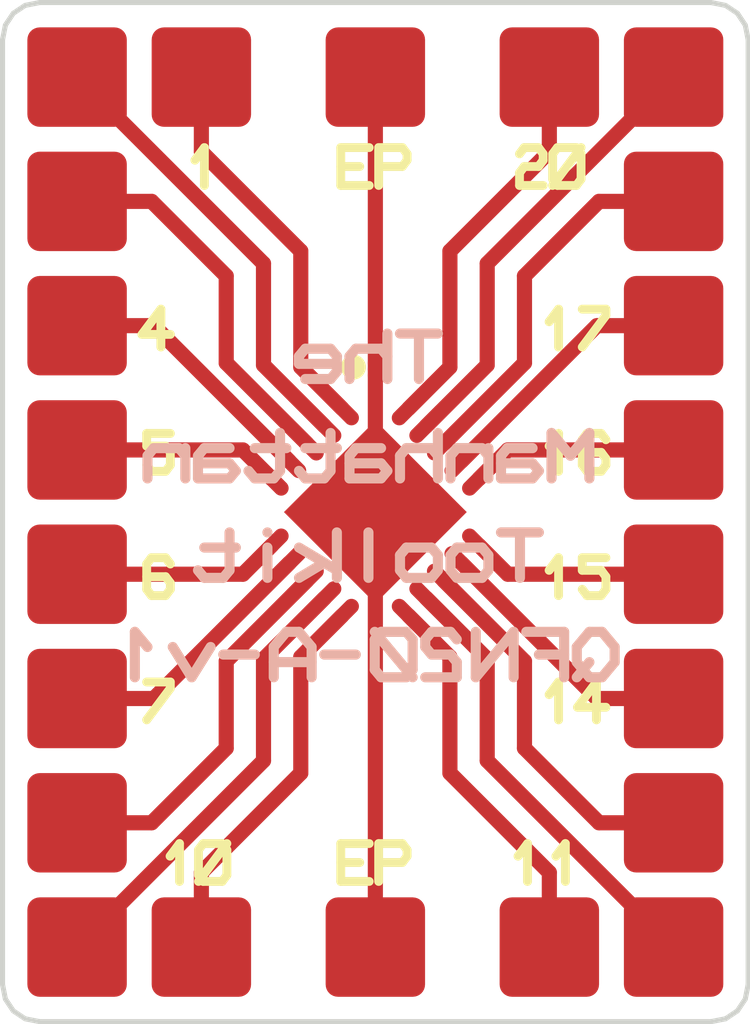
<source format=kicad_pcb>
(kicad_pcb (version 4) (generator "gerbview") (generator_version "8.0")

  (layers 
    (0 F.Cu signal)
    (31 B.Cu signal)
    (32 B.Adhes user)
    (33 F.Adhes user)
    (34 B.Paste user)
    (35 F.Paste user)
    (36 B.SilkS user)
    (37 F.SilkS user)
    (38 B.Mask user)
    (39 F.Mask user)
    (40 Dwgs.User user)
    (41 Cmts.User user)
    (42 Eco1.User user)
    (43 Eco2.User user)
    (44 Edge.Cuts user)
  )

(gr_line (start 0 -19.75) (end 0 -0.75) (layer Edge.Cuts) (width 0.1016))
(gr_line (start 0.75 -20.5) (end 0.45484 -20.44214) (layer Edge.Cuts) (width 0.1016))
(gr_line (start 0.45484 -20.44214) (end 0.2168 -20.2832) (layer Edge.Cuts) (width 0.1016))
(gr_line (start 0.2168 -20.2832) (end 0.05786 -20.04516) (layer Edge.Cuts) (width 0.1016))
(gr_line (start 0.05786 -20.04516) (end 0 -19.75) (layer Edge.Cuts) (width 0.1016))
(gr_line (start 0 -0.75) (end 0.05786 -0.45484) (layer Edge.Cuts) (width 0.1016))
(gr_line (start 0.05786 -0.45484) (end 0.2168 -0.2168) (layer Edge.Cuts) (width 0.1016))
(gr_line (start 0.2168 -0.2168) (end 0.45484 -0.05786) (layer Edge.Cuts) (width 0.1016))
(gr_line (start 0.45484 -0.05786) (end 0.75 0) (layer Edge.Cuts) (width 0.1016))
(gr_line (start 15 -19.75) (end 15 -0.75) (layer Edge.Cuts) (width 0.1016))
(gr_line (start 15 -0.75) (end 14.94214 -0.45484) (layer Edge.Cuts) (width 0.1016))
(gr_line (start 14.94214 -0.45484) (end 14.7832 -0.2168) (layer Edge.Cuts) (width 0.1016))
(gr_line (start 14.7832 -0.2168) (end 14.54516 -0.05786) (layer Edge.Cuts) (width 0.1016))
(gr_line (start 14.54516 -0.05786) (end 14.25 0) (layer Edge.Cuts) (width 0.1016))
(gr_line (start 15 -19.75) (end 14.94214 -20.04516) (layer Edge.Cuts) (width 0.1016))
(gr_line (start 14.94214 -20.04516) (end 14.7832 -20.2832) (layer Edge.Cuts) (width 0.1016))
(gr_line (start 14.7832 -20.2832) (end 14.54516 -20.44214) (layer Edge.Cuts) (width 0.1016))
(gr_line (start 14.54516 -20.44214) (end 14.25 -20.5) (layer Edge.Cuts) (width 0.1016))
(gr_line (start 14.25 -20.5) (end 0.75 -20.5) (layer Edge.Cuts) (width 0.1016))
(gr_line (start 0.75 0) (end 14.25 0) (layer Edge.Cuts) (width 0.1016))
(gr_line (start 7.18306 -13.16682) (end 7.18263 -13.17721) (layer F.SilkS) (width 0.25))
(gr_line (start 7.18263 -13.17721) (end 7.17911 -13.198) (layer F.SilkS) (width 0.25))
(gr_line (start 7.17911 -13.198) (end 7.17174 -13.21879) (layer F.SilkS) (width 0.25))
(gr_line (start 7.17174 -13.21879) (end 7.1597 -13.23958) (layer F.SilkS) (width 0.25))
(gr_line (start 7.1597 -13.23958) (end 7.14129 -13.26008) (layer F.SilkS) (width 0.25))
(gr_line (start 7.14129 -13.26008) (end 7.1205 -13.27511) (layer F.SilkS) (width 0.25))
(gr_line (start 7.1205 -13.27511) (end 7.09971 -13.28468) (layer F.SilkS) (width 0.25))
(gr_line (start 7.09971 -13.28468) (end 7.07892 -13.29007) (layer F.SilkS) (width 0.25))
(gr_line (start 7.07892 -13.29007) (end 7.05813 -13.29182) (layer F.SilkS) (width 0.25))
(gr_line (start 7.05813 -13.29182) (end 7.05806 -13.29182) (layer F.SilkS) (width 0.25))
(gr_line (start 6.93306 -13.16682) (end 6.93349 -13.17721) (layer F.SilkS) (width 0.25))
(gr_line (start 6.93349 -13.17721) (end 6.93701 -13.198) (layer F.SilkS) (width 0.25))
(gr_line (start 6.93701 -13.198) (end 6.94438 -13.21879) (layer F.SilkS) (width 0.25))
(gr_line (start 6.94438 -13.21879) (end 6.95642 -13.23958) (layer F.SilkS) (width 0.25))
(gr_line (start 6.95642 -13.23958) (end 6.97483 -13.26008) (layer F.SilkS) (width 0.25))
(gr_line (start 6.97483 -13.26008) (end 6.99562 -13.27511) (layer F.SilkS) (width 0.25))
(gr_line (start 6.99562 -13.27511) (end 7.01641 -13.28468) (layer F.SilkS) (width 0.25))
(gr_line (start 7.01641 -13.28468) (end 7.0372 -13.29007) (layer F.SilkS) (width 0.25))
(gr_line (start 7.0372 -13.29007) (end 7.05799 -13.29182) (layer F.SilkS) (width 0.25))
(gr_line (start 7.05799 -13.29182) (end 7.05806 -13.29182) (layer F.SilkS) (width 0.25))
(gr_line (start 6.93306 -13.16682) (end 6.93349 -13.15643) (layer F.SilkS) (width 0.25))
(gr_line (start 6.93349 -13.15643) (end 6.93701 -13.13564) (layer F.SilkS) (width 0.25))
(gr_line (start 6.93701 -13.13564) (end 6.94438 -13.11485) (layer F.SilkS) (width 0.25))
(gr_line (start 6.94438 -13.11485) (end 6.95642 -13.09406) (layer F.SilkS) (width 0.25))
(gr_line (start 6.95642 -13.09406) (end 6.97483 -13.07356) (layer F.SilkS) (width 0.25))
(gr_line (start 6.97483 -13.07356) (end 6.99562 -13.05853) (layer F.SilkS) (width 0.25))
(gr_line (start 6.99562 -13.05853) (end 7.01641 -13.04896) (layer F.SilkS) (width 0.25))
(gr_line (start 7.01641 -13.04896) (end 7.0372 -13.04357) (layer F.SilkS) (width 0.25))
(gr_line (start 7.0372 -13.04357) (end 7.05799 -13.04182) (layer F.SilkS) (width 0.25))
(gr_line (start 7.05799 -13.04182) (end 7.05806 -13.04182) (layer F.SilkS) (width 0.25))
(gr_line (start 7.18306 -13.16682) (end 7.18263 -13.15643) (layer F.SilkS) (width 0.25))
(gr_line (start 7.18263 -13.15643) (end 7.17911 -13.13564) (layer F.SilkS) (width 0.25))
(gr_line (start 7.17911 -13.13564) (end 7.17174 -13.11485) (layer F.SilkS) (width 0.25))
(gr_line (start 7.17174 -13.11485) (end 7.1597 -13.09406) (layer F.SilkS) (width 0.25))
(gr_line (start 7.1597 -13.09406) (end 7.14129 -13.07356) (layer F.SilkS) (width 0.25))
(gr_line (start 7.14129 -13.07356) (end 7.1205 -13.05853) (layer F.SilkS) (width 0.25))
(gr_line (start 7.1205 -13.05853) (end 7.09971 -13.04896) (layer F.SilkS) (width 0.25))
(gr_line (start 7.09971 -13.04896) (end 7.07892 -13.04357) (layer F.SilkS) (width 0.25))
(gr_line (start 7.07892 -13.04357) (end 7.05813 -13.04182) (layer F.SilkS) (width 0.25))
(gr_line (start 7.05813 -13.04182) (end 7.05806 -13.04182) (layer F.SilkS) (width 0.25))
(gr_line (start 3.87029 -17.32819) (end 4.06079 -17.58219) (layer F.SilkS) (width 0.1778))
(gr_line (start 4.06079 -17.58219) (end 4.06079 -16.82019) (layer F.SilkS) (width 0.1778))
(gr_line (start 3.37029 -3.32819) (end 3.56079 -3.58219) (layer F.SilkS) (width 0.1778))
(gr_line (start 3.56079 -3.58219) (end 3.56079 -2.82019) (layer F.SilkS) (width 0.1778))
(gr_line (start 3.94179 -2.94719) (end 3.94179 -3.45519) (layer F.SilkS) (width 0.1778))
(gr_line (start 3.94179 -3.45519) (end 4.03704 -3.58219) (layer F.SilkS) (width 0.1778))
(gr_line (start 4.03704 -3.58219) (end 4.41804 -3.58219) (layer F.SilkS) (width 0.1778))
(gr_line (start 4.41804 -3.58219) (end 4.51329 -3.45519) (layer F.SilkS) (width 0.1778))
(gr_line (start 4.51329 -3.45519) (end 4.51329 -2.94719) (layer F.SilkS) (width 0.1778))
(gr_line (start 4.51329 -2.94719) (end 4.41804 -2.82019) (layer F.SilkS) (width 0.1778))
(gr_line (start 4.41804 -2.82019) (end 4.03704 -2.82019) (layer F.SilkS) (width 0.1778))
(gr_line (start 4.03704 -2.82019) (end 3.94179 -2.94719) (layer F.SilkS) (width 0.1778))
(gr_line (start 3.94179 -2.82019) (end 4.51329 -3.58219) (layer F.SilkS) (width 0.1778))
(gr_line (start 10.37029 -3.32819) (end 10.56079 -3.58219) (layer F.SilkS) (width 0.1778))
(gr_line (start 10.56079 -3.58219) (end 10.56079 -2.82019) (layer F.SilkS) (width 0.1778))
(gr_line (start 11.13229 -3.32819) (end 11.32279 -3.58219) (layer F.SilkS) (width 0.1778))
(gr_line (start 11.32279 -3.58219) (end 11.32279 -2.82019) (layer F.SilkS) (width 0.1778))
(gr_line (start 10.40004 -17.45519) (end 10.49529 -17.58219) (layer F.SilkS) (width 0.1778))
(gr_line (start 10.49529 -17.58219) (end 10.78104 -17.58219) (layer F.SilkS) (width 0.1778))
(gr_line (start 10.78104 -17.58219) (end 10.87629 -17.45519) (layer F.SilkS) (width 0.1778))
(gr_line (start 10.87629 -17.45519) (end 10.87629 -17.32819) (layer F.SilkS) (width 0.1778))
(gr_line (start 10.87629 -17.32819) (end 10.78104 -17.20119) (layer F.SilkS) (width 0.1778))
(gr_line (start 10.78104 -17.20119) (end 10.49529 -17.20119) (layer F.SilkS) (width 0.1778))
(gr_line (start 10.49529 -17.20119) (end 10.40004 -17.07419) (layer F.SilkS) (width 0.1778))
(gr_line (start 10.40004 -17.07419) (end 10.40004 -16.82019) (layer F.SilkS) (width 0.1778))
(gr_line (start 10.40004 -16.82019) (end 10.87629 -16.82019) (layer F.SilkS) (width 0.1778))
(gr_line (start 11.06679 -16.94719) (end 11.06679 -17.45519) (layer F.SilkS) (width 0.1778))
(gr_line (start 11.06679 -17.45519) (end 11.16204 -17.58219) (layer F.SilkS) (width 0.1778))
(gr_line (start 11.16204 -17.58219) (end 11.54304 -17.58219) (layer F.SilkS) (width 0.1778))
(gr_line (start 11.54304 -17.58219) (end 11.63829 -17.45519) (layer F.SilkS) (width 0.1778))
(gr_line (start 11.63829 -17.45519) (end 11.63829 -16.94719) (layer F.SilkS) (width 0.1778))
(gr_line (start 11.63829 -16.94719) (end 11.54304 -16.82019) (layer F.SilkS) (width 0.1778))
(gr_line (start 11.54304 -16.82019) (end 11.16204 -16.82019) (layer F.SilkS) (width 0.1778))
(gr_line (start 11.16204 -16.82019) (end 11.06679 -16.94719) (layer F.SilkS) (width 0.1778))
(gr_line (start 11.06679 -16.82019) (end 11.63829 -17.58219) (layer F.SilkS) (width 0.1778))
(gr_line (start 7.37629 -16.82019) (end 6.80479 -16.82019) (layer F.SilkS) (width 0.1778))
(gr_line (start 6.80479 -16.82019) (end 6.80479 -17.58219) (layer F.SilkS) (width 0.1778))
(gr_line (start 6.80479 -17.58219) (end 7.37629 -17.58219) (layer F.SilkS) (width 0.1778))
(gr_line (start 6.80479 -17.20119) (end 7.18579 -17.20119) (layer F.SilkS) (width 0.1778))
(gr_line (start 7.56679 -16.82019) (end 7.56679 -17.58219) (layer F.SilkS) (width 0.1778))
(gr_line (start 7.56679 -17.58219) (end 8.04304 -17.58219) (layer F.SilkS) (width 0.1778))
(gr_line (start 8.04304 -17.58219) (end 8.13829 -17.45519) (layer F.SilkS) (width 0.1778))
(gr_line (start 8.13829 -17.45519) (end 8.13829 -17.32819) (layer F.SilkS) (width 0.1778))
(gr_line (start 8.13829 -17.32819) (end 8.04304 -17.20119) (layer F.SilkS) (width 0.1778))
(gr_line (start 8.04304 -17.20119) (end 7.56679 -17.20119) (layer F.SilkS) (width 0.1778))
(gr_line (start 7.37629 -2.82019) (end 6.80479 -2.82019) (layer F.SilkS) (width 0.1778))
(gr_line (start 6.80479 -2.82019) (end 6.80479 -3.58219) (layer F.SilkS) (width 0.1778))
(gr_line (start 6.80479 -3.58219) (end 7.37629 -3.58219) (layer F.SilkS) (width 0.1778))
(gr_line (start 6.80479 -3.20119) (end 7.18579 -3.20119) (layer F.SilkS) (width 0.1778))
(gr_line (start 7.56679 -2.82019) (end 7.56679 -3.58219) (layer F.SilkS) (width 0.1778))
(gr_line (start 7.56679 -3.58219) (end 8.04304 -3.58219) (layer F.SilkS) (width 0.1778))
(gr_line (start 8.04304 -3.58219) (end 8.13829 -3.45519) (layer F.SilkS) (width 0.1778))
(gr_line (start 8.13829 -3.45519) (end 8.13829 -3.32819) (layer F.SilkS) (width 0.1778))
(gr_line (start 8.13829 -3.32819) (end 8.04304 -3.20119) (layer F.SilkS) (width 0.1778))
(gr_line (start 8.04304 -3.20119) (end 7.56679 -3.20119) (layer F.SilkS) (width 0.1778))
(gr_line (start 3.37629 -13.82419) (end 2.80479 -13.82419) (layer F.SilkS) (width 0.1778))
(gr_line (start 2.80479 -13.82419) (end 3.18579 -14.33219) (layer F.SilkS) (width 0.1778))
(gr_line (start 3.18579 -14.33219) (end 3.18579 -13.57019) (layer F.SilkS) (width 0.1778))
(gr_line (start 3.37629 -11.83219) (end 2.90004 -11.83219) (layer F.SilkS) (width 0.1778))
(gr_line (start 2.90004 -11.83219) (end 2.90004 -11.57819) (layer F.SilkS) (width 0.1778))
(gr_line (start 2.90004 -11.57819) (end 3.28104 -11.57819) (layer F.SilkS) (width 0.1778))
(gr_line (start 3.28104 -11.57819) (end 3.37629 -11.45119) (layer F.SilkS) (width 0.1778))
(gr_line (start 3.37629 -11.45119) (end 3.37629 -11.19719) (layer F.SilkS) (width 0.1778))
(gr_line (start 3.37629 -11.19719) (end 3.28104 -11.07019) (layer F.SilkS) (width 0.1778))
(gr_line (start 3.28104 -11.07019) (end 2.99529 -11.07019) (layer F.SilkS) (width 0.1778))
(gr_line (start 2.99529 -11.07019) (end 2.90004 -11.19719) (layer F.SilkS) (width 0.1778))
(gr_line (start 3.37629 -9.20519) (end 3.28104 -9.33219) (layer F.SilkS) (width 0.1778))
(gr_line (start 3.28104 -9.33219) (end 2.99529 -9.33219) (layer F.SilkS) (width 0.1778))
(gr_line (start 2.99529 -9.33219) (end 2.90004 -9.20519) (layer F.SilkS) (width 0.1778))
(gr_line (start 2.90004 -9.20519) (end 2.90004 -8.69719) (layer F.SilkS) (width 0.1778))
(gr_line (start 2.90004 -8.69719) (end 2.99529 -8.57019) (layer F.SilkS) (width 0.1778))
(gr_line (start 2.99529 -8.57019) (end 3.28104 -8.57019) (layer F.SilkS) (width 0.1778))
(gr_line (start 3.28104 -8.57019) (end 3.37629 -8.69719) (layer F.SilkS) (width 0.1778))
(gr_line (start 3.37629 -8.69719) (end 3.37629 -8.82419) (layer F.SilkS) (width 0.1778))
(gr_line (start 3.37629 -8.82419) (end 3.28104 -8.95119) (layer F.SilkS) (width 0.1778))
(gr_line (start 3.28104 -8.95119) (end 2.90004 -8.95119) (layer F.SilkS) (width 0.1778))
(gr_line (start 2.90004 -6.83219) (end 3.37629 -6.83219) (layer F.SilkS) (width 0.1778))
(gr_line (start 3.37629 -6.83219) (end 3.37629 -6.70519) (layer F.SilkS) (width 0.1778))
(gr_line (start 3.37629 -6.70519) (end 2.90004 -6.07019) (layer F.SilkS) (width 0.1778))
(gr_line (start 10.99529 -6.57819) (end 11.18579 -6.83219) (layer F.SilkS) (width 0.1778))
(gr_line (start 11.18579 -6.83219) (end 11.18579 -6.07019) (layer F.SilkS) (width 0.1778))
(gr_line (start 12.13829 -6.32419) (end 11.56679 -6.32419) (layer F.SilkS) (width 0.1778))
(gr_line (start 11.56679 -6.32419) (end 11.94779 -6.83219) (layer F.SilkS) (width 0.1778))
(gr_line (start 11.94779 -6.83219) (end 11.94779 -6.07019) (layer F.SilkS) (width 0.1778))
(gr_line (start 10.99529 -9.07819) (end 11.18579 -9.33219) (layer F.SilkS) (width 0.1778))
(gr_line (start 11.18579 -9.33219) (end 11.18579 -8.57019) (layer F.SilkS) (width 0.1778))
(gr_line (start 12.13829 -9.33219) (end 11.66204 -9.33219) (layer F.SilkS) (width 0.1778))
(gr_line (start 11.66204 -9.33219) (end 11.66204 -9.07819) (layer F.SilkS) (width 0.1778))
(gr_line (start 11.66204 -9.07819) (end 12.04304 -9.07819) (layer F.SilkS) (width 0.1778))
(gr_line (start 12.04304 -9.07819) (end 12.13829 -8.95119) (layer F.SilkS) (width 0.1778))
(gr_line (start 12.13829 -8.95119) (end 12.13829 -8.69719) (layer F.SilkS) (width 0.1778))
(gr_line (start 12.13829 -8.69719) (end 12.04304 -8.57019) (layer F.SilkS) (width 0.1778))
(gr_line (start 12.04304 -8.57019) (end 11.75729 -8.57019) (layer F.SilkS) (width 0.1778))
(gr_line (start 11.75729 -8.57019) (end 11.66204 -8.69719) (layer F.SilkS) (width 0.1778))
(gr_line (start 10.99529 -11.57819) (end 11.18579 -11.83219) (layer F.SilkS) (width 0.1778))
(gr_line (start 11.18579 -11.83219) (end 11.18579 -11.07019) (layer F.SilkS) (width 0.1778))
(gr_line (start 12.13829 -11.70519) (end 12.04304 -11.83219) (layer F.SilkS) (width 0.1778))
(gr_line (start 12.04304 -11.83219) (end 11.75729 -11.83219) (layer F.SilkS) (width 0.1778))
(gr_line (start 11.75729 -11.83219) (end 11.66204 -11.70519) (layer F.SilkS) (width 0.1778))
(gr_line (start 11.66204 -11.70519) (end 11.66204 -11.19719) (layer F.SilkS) (width 0.1778))
(gr_line (start 11.66204 -11.19719) (end 11.75729 -11.07019) (layer F.SilkS) (width 0.1778))
(gr_line (start 11.75729 -11.07019) (end 12.04304 -11.07019) (layer F.SilkS) (width 0.1778))
(gr_line (start 12.04304 -11.07019) (end 12.13829 -11.19719) (layer F.SilkS) (width 0.1778))
(gr_line (start 12.13829 -11.19719) (end 12.13829 -11.32419) (layer F.SilkS) (width 0.1778))
(gr_line (start 12.13829 -11.32419) (end 12.04304 -11.45119) (layer F.SilkS) (width 0.1778))
(gr_line (start 12.04304 -11.45119) (end 11.66204 -11.45119) (layer F.SilkS) (width 0.1778))
(gr_line (start 10.99529 -14.07819) (end 11.18579 -14.33219) (layer F.SilkS) (width 0.1778))
(gr_line (start 11.18579 -14.33219) (end 11.18579 -13.57019) (layer F.SilkS) (width 0.1778))
(gr_line (start 11.66204 -14.33219) (end 12.13829 -14.33219) (layer F.SilkS) (width 0.1778))
(gr_line (start 12.13829 -14.33219) (end 12.13829 -14.20519) (layer F.SilkS) (width 0.1778))
(gr_line (start 12.13829 -14.20519) (end 11.66204 -13.57019) (layer F.SilkS) (width 0.1778))
(gr_poly (pts  (xy 2.30112 -10.50497) (xy 2.34839 -10.51929) (xy 2.3909 -10.54202)
 (xy 2.42773 -10.57227) (xy 2.45797 -10.6091) (xy 2.48071 -10.65161) (xy 2.49503 -10.69888)
 (xy 2.5 -10.75) (xy 2.5 -12.25) (xy 2.49503 -12.30112) (xy 2.48071 -12.34839)
 (xy 2.45797 -12.3909) (xy 2.42773 -12.42773) (xy 2.3909 -12.45798) (xy 2.34839 -12.48071)
 (xy 2.30112 -12.49503) (xy 2.25 -12.5) (xy 0.75 -12.5) (xy 0.69888 -12.49503)
 (xy 0.65161 -12.48071) (xy 0.6091 -12.45798) (xy 0.57227 -12.42773) (xy 0.54203 -12.3909)
 (xy 0.51929 -12.34839) (xy 0.50497 -12.30112) (xy 0.5 -12.25) (xy 0.5 -10.75)
 (xy 0.50497 -10.69888) (xy 0.51929 -10.65161) (xy 0.54203 -10.6091) (xy 0.57227 -10.57227)
 (xy 0.6091 -10.54202) (xy 0.65161 -10.51929) (xy 0.69888 -10.50497) (xy 0.75 -10.5)
 (xy 2.25 -10.5))(layer F.Mask) (width 0) )
(gr_poly (pts  (xy 2.30112 -8.00497) (xy 2.34839 -8.01929) (xy 2.3909 -8.04202)
 (xy 2.42773 -8.07227) (xy 2.45797 -8.1091) (xy 2.48071 -8.15161) (xy 2.49503 -8.19888)
 (xy 2.5 -8.25) (xy 2.5 -9.75) (xy 2.49503 -9.80112) (xy 2.48071 -9.84839)
 (xy 2.45797 -9.8909) (xy 2.42773 -9.92773) (xy 2.3909 -9.95798) (xy 2.34839 -9.98071)
 (xy 2.30112 -9.99503) (xy 2.25 -10) (xy 0.75 -10) (xy 0.69888 -9.99503)
 (xy 0.65161 -9.98071) (xy 0.6091 -9.95798) (xy 0.57227 -9.92773) (xy 0.54203 -9.8909)
 (xy 0.51929 -9.84839) (xy 0.50497 -9.80112) (xy 0.5 -9.75) (xy 0.5 -8.25)
 (xy 0.50497 -8.19888) (xy 0.51929 -8.15161) (xy 0.54203 -8.1091) (xy 0.57227 -8.07227)
 (xy 0.6091 -8.04202) (xy 0.65161 -8.01929) (xy 0.69888 -8.00497) (xy 0.75 -8)
 (xy 2.25 -8))(layer F.Mask) (width 0) )
(gr_poly (pts  (xy 2.30112 -15.50497) (xy 2.34839 -15.51929) (xy 2.3909 -15.54202)
 (xy 2.42773 -15.57227) (xy 2.45797 -15.6091) (xy 2.48071 -15.65161) (xy 2.49503 -15.69888)
 (xy 2.5 -15.75) (xy 2.5 -17.25) (xy 2.49503 -17.30112) (xy 2.48071 -17.34839)
 (xy 2.45797 -17.3909) (xy 2.42773 -17.42773) (xy 2.3909 -17.45798) (xy 2.34839 -17.48071)
 (xy 2.30112 -17.49503) (xy 2.25 -17.5) (xy 0.75 -17.5) (xy 0.69888 -17.49503)
 (xy 0.65161 -17.48071) (xy 0.6091 -17.45798) (xy 0.57227 -17.42773) (xy 0.54203 -17.3909)
 (xy 0.51929 -17.34839) (xy 0.50497 -17.30112) (xy 0.5 -17.25) (xy 0.5 -15.75)
 (xy 0.50497 -15.69888) (xy 0.51929 -15.65161) (xy 0.54203 -15.6091) (xy 0.57227 -15.57227)
 (xy 0.6091 -15.54202) (xy 0.65161 -15.51929) (xy 0.69888 -15.50497) (xy 0.75 -15.5)
 (xy 2.25 -15.5))(layer F.Mask) (width 0) )
(gr_poly (pts  (xy 2.30112 -13.00497) (xy 2.34839 -13.01929) (xy 2.3909 -13.04202)
 (xy 2.42773 -13.07227) (xy 2.45797 -13.1091) (xy 2.48071 -13.15161) (xy 2.49503 -13.19888)
 (xy 2.5 -13.25) (xy 2.5 -14.75) (xy 2.49503 -14.80112) (xy 2.48071 -14.84839)
 (xy 2.45797 -14.8909) (xy 2.42773 -14.92773) (xy 2.3909 -14.95798) (xy 2.34839 -14.98071)
 (xy 2.30112 -14.99503) (xy 2.25 -15) (xy 0.75 -15) (xy 0.69888 -14.99503)
 (xy 0.65161 -14.98071) (xy 0.6091 -14.95798) (xy 0.57227 -14.92773) (xy 0.54203 -14.8909)
 (xy 0.51929 -14.84839) (xy 0.50497 -14.80112) (xy 0.5 -14.75) (xy 0.5 -13.25)
 (xy 0.50497 -13.19888) (xy 0.51929 -13.15161) (xy 0.54203 -13.1091) (xy 0.57227 -13.07227)
 (xy 0.6091 -13.04202) (xy 0.65161 -13.01929) (xy 0.69888 -13.00497) (xy 0.75 -13)
 (xy 2.25 -13))(layer F.Mask) (width 0) )
(gr_poly (pts  (xy 4.80112 -18.00497) (xy 4.84839 -18.01929) (xy 4.8909 -18.04202)
 (xy 4.92773 -18.07227) (xy 4.95797 -18.1091) (xy 4.98071 -18.15161) (xy 4.99503 -18.19888)
 (xy 5 -18.25) (xy 5 -19.75) (xy 4.99503 -19.80112) (xy 4.98071 -19.84839)
 (xy 4.95797 -19.8909) (xy 4.92773 -19.92773) (xy 4.8909 -19.95798) (xy 4.84839 -19.98071)
 (xy 4.80112 -19.99503) (xy 4.75 -20) (xy 3.25 -20) (xy 3.19888 -19.99503)
 (xy 3.15161 -19.98071) (xy 3.1091 -19.95798) (xy 3.07227 -19.92773) (xy 3.04203 -19.8909)
 (xy 3.01929 -19.84839) (xy 3.00497 -19.80112) (xy 3 -19.75) (xy 3 -18.25)
 (xy 3.00497 -18.19888) (xy 3.01929 -18.15161) (xy 3.04203 -18.1091) (xy 3.07227 -18.07227)
 (xy 3.1091 -18.04202) (xy 3.15161 -18.01929) (xy 3.19888 -18.00497) (xy 3.25 -18)
 (xy 4.75 -18))(layer F.Mask) (width 0) )
(gr_poly (pts  (xy 2.30112 -18.00497) (xy 2.34839 -18.01929) (xy 2.3909 -18.04202)
 (xy 2.42773 -18.07227) (xy 2.45797 -18.1091) (xy 2.48071 -18.15161) (xy 2.49503 -18.19888)
 (xy 2.5 -18.25) (xy 2.5 -19.75) (xy 2.49503 -19.80112) (xy 2.48071 -19.84839)
 (xy 2.45797 -19.8909) (xy 2.42773 -19.92773) (xy 2.3909 -19.95798) (xy 2.34839 -19.98071)
 (xy 2.30112 -19.99503) (xy 2.25 -20) (xy 0.75 -20) (xy 0.69888 -19.99503)
 (xy 0.65161 -19.98071) (xy 0.6091 -19.95798) (xy 0.57227 -19.92773) (xy 0.54203 -19.8909)
 (xy 0.51929 -19.84839) (xy 0.50497 -19.80112) (xy 0.5 -19.75) (xy 0.5 -18.25)
 (xy 0.50497 -18.19888) (xy 0.51929 -18.15161) (xy 0.54203 -18.1091) (xy 0.57227 -18.07227)
 (xy 0.6091 -18.04202) (xy 0.65161 -18.01929) (xy 0.69888 -18.00497) (xy 0.75 -18)
 (xy 2.25 -18))(layer F.Mask) (width 0) )
(gr_poly (pts  (xy 2.30112 -5.50497) (xy 2.34839 -5.51929) (xy 2.3909 -5.54202)
 (xy 2.42773 -5.57227) (xy 2.45797 -5.6091) (xy 2.48071 -5.65161) (xy 2.49503 -5.69888)
 (xy 2.5 -5.75) (xy 2.5 -7.25) (xy 2.49503 -7.30112) (xy 2.48071 -7.34839)
 (xy 2.45797 -7.3909) (xy 2.42773 -7.42773) (xy 2.3909 -7.45798) (xy 2.34839 -7.48071)
 (xy 2.30112 -7.49503) (xy 2.25 -7.5) (xy 0.75 -7.5) (xy 0.69888 -7.49503)
 (xy 0.65161 -7.48071) (xy 0.6091 -7.45798) (xy 0.57227 -7.42773) (xy 0.54203 -7.3909)
 (xy 0.51929 -7.34839) (xy 0.50497 -7.30112) (xy 0.5 -7.25) (xy 0.5 -5.75)
 (xy 0.50497 -5.69888) (xy 0.51929 -5.65161) (xy 0.54203 -5.6091) (xy 0.57227 -5.57227)
 (xy 0.6091 -5.54202) (xy 0.65161 -5.51929) (xy 0.69888 -5.50497) (xy 0.75 -5.5)
 (xy 2.25 -5.5))(layer F.Mask) (width 0) )
(gr_poly (pts  (xy 2.30112 -3.00497) (xy 2.34839 -3.01929) (xy 2.3909 -3.04202)
 (xy 2.42773 -3.07227) (xy 2.45797 -3.1091) (xy 2.48071 -3.15161) (xy 2.49503 -3.19888)
 (xy 2.5 -3.25) (xy 2.5 -4.75) (xy 2.49503 -4.80112) (xy 2.48071 -4.84839)
 (xy 2.45797 -4.8909) (xy 2.42773 -4.92773) (xy 2.3909 -4.95798) (xy 2.34839 -4.98071)
 (xy 2.30112 -4.99503) (xy 2.25 -5) (xy 0.75 -5) (xy 0.69888 -4.99503)
 (xy 0.65161 -4.98071) (xy 0.6091 -4.95798) (xy 0.57227 -4.92773) (xy 0.54203 -4.8909)
 (xy 0.51929 -4.84839) (xy 0.50497 -4.80112) (xy 0.5 -4.75) (xy 0.5 -3.25)
 (xy 0.50497 -3.19888) (xy 0.51929 -3.15161) (xy 0.54203 -3.1091) (xy 0.57227 -3.07227)
 (xy 0.6091 -3.04202) (xy 0.65161 -3.01929) (xy 0.69888 -3.00497) (xy 0.75 -3)
 (xy 2.25 -3))(layer F.Mask) (width 0) )
(gr_poly (pts  (xy 2.30112 -0.50497) (xy 2.34839 -0.51929) (xy 2.3909 -0.54202)
 (xy 2.42773 -0.57227) (xy 2.45797 -0.6091) (xy 2.48071 -0.65161) (xy 2.49503 -0.69888)
 (xy 2.5 -0.75) (xy 2.5 -2.25) (xy 2.49503 -2.30112) (xy 2.48071 -2.34839)
 (xy 2.45797 -2.3909) (xy 2.42773 -2.42773) (xy 2.3909 -2.45798) (xy 2.34839 -2.48071)
 (xy 2.30112 -2.49503) (xy 2.25 -2.5) (xy 0.75 -2.5) (xy 0.69888 -2.49503)
 (xy 0.65161 -2.48071) (xy 0.6091 -2.45798) (xy 0.57227 -2.42773) (xy 0.54203 -2.3909)
 (xy 0.51929 -2.34839) (xy 0.50497 -2.30112) (xy 0.5 -2.25) (xy 0.5 -0.75)
 (xy 0.50497 -0.69888) (xy 0.51929 -0.65161) (xy 0.54203 -0.6091) (xy 0.57227 -0.57227)
 (xy 0.6091 -0.54202) (xy 0.65161 -0.51929) (xy 0.69888 -0.50497) (xy 0.75 -0.5)
 (xy 2.25 -0.5))(layer F.Mask) (width 0) )
(gr_poly (pts  (xy 7.04763 -11.99703) (xy 7.07531 -12.00543) (xy 7.10144 -12.01941)
 (xy 7.11367 -12.0285) (xy 7.12523 -12.03899) (xy 7.13572 -12.05055) (xy 7.14481 -12.06278)
 (xy 7.15879 -12.08891) (xy 7.16719 -12.11659) (xy 7.16998 -12.14505) (xy 7.16719 -12.17351)
 (xy 7.15879 -12.2012) (xy 7.14481 -12.22732) (xy 7.13572 -12.23956) (xy 7.12523 -12.25112)
 (xy 6.63733 -12.73902) (xy 6.4252 -12.52689) (xy 6.9131 -12.03899) (xy 6.92466 -12.0285)
 (xy 6.9369 -12.01941) (xy 6.96302 -12.00543) (xy 6.99071 -11.99703) (xy 7.01917 -11.99424))
(layer F.Mask) (width 0) )
(gr_poly (pts  (xy 6.69408 -11.64347) (xy 6.72176 -11.65187) (xy 6.74789 -11.66585)
 (xy 6.76012 -11.67494) (xy 6.77168 -11.68543) (xy 6.78217 -11.69699) (xy 6.79126 -11.70922)
 (xy 6.80524 -11.73535) (xy 6.81364 -11.76303) (xy 6.81643 -11.79149) (xy 6.81364 -11.81995)
 (xy 6.80524 -11.84764) (xy 6.79126 -11.87376) (xy 6.78217 -11.886) (xy 6.77168 -11.89756)
 (xy 6.28378 -12.38546) (xy 6.07165 -12.17333) (xy 6.55955 -11.68543) (xy 6.57111 -11.67494)
 (xy 6.58335 -11.66585) (xy 6.60947 -11.65187) (xy 6.63716 -11.64347) (xy 6.66562 -11.64068))
(layer F.Mask) (width 0) )
(gr_poly (pts  (xy 6.34052 -11.28992) (xy 6.3682 -11.29832) (xy 6.39433 -11.3123)
 (xy 6.40656 -11.32139) (xy 6.41812 -11.33188) (xy 6.42861 -11.34344) (xy 6.4377 -11.35567)
 (xy 6.45168 -11.3818) (xy 6.46008 -11.40948) (xy 6.46287 -11.43794) (xy 6.46008 -11.4664)
 (xy 6.45168 -11.49409) (xy 6.4377 -11.52021) (xy 6.42861 -11.53245) (xy 6.41812 -11.54401)
 (xy 5.93022 -12.03191) (xy 5.71809 -11.81978) (xy 6.20599 -11.33188) (xy 6.21755 -11.32139)
 (xy 6.22979 -11.3123) (xy 6.25591 -11.29832) (xy 6.2836 -11.28992) (xy 6.31206 -11.28713))
(layer F.Mask) (width 0) )
(gr_poly (pts  (xy 5.98697 -10.93636) (xy 6.01465 -10.94476) (xy 6.04078 -10.95874)
 (xy 6.05301 -10.96783) (xy 6.06457 -10.97832) (xy 6.07506 -10.98988) (xy 6.08415 -11.00211)
 (xy 6.09813 -11.02824) (xy 6.10653 -11.05592) (xy 6.10932 -11.08438) (xy 6.10653 -11.11284)
 (xy 6.09813 -11.14053) (xy 6.08415 -11.16665) (xy 6.07506 -11.17889) (xy 6.06457 -11.19045)
 (xy 5.57667 -11.67835) (xy 5.36454 -11.46622) (xy 5.85244 -10.97832) (xy 5.864 -10.96783)
 (xy 5.87624 -10.95874) (xy 5.90236 -10.94476) (xy 5.93005 -10.93636) (xy 5.95851 -10.93357))
(layer F.Mask) (width 0) )
(gr_poly (pts  (xy 5.63341 -10.58281) (xy 5.66109 -10.59121) (xy 5.68722 -10.60519)
 (xy 5.69945 -10.61428) (xy 5.71101 -10.62477) (xy 5.7215 -10.63633) (xy 5.73059 -10.64856)
 (xy 5.74457 -10.67469) (xy 5.75297 -10.70237) (xy 5.75576 -10.73083) (xy 5.75297 -10.75929)
 (xy 5.74457 -10.78698) (xy 5.73059 -10.8131) (xy 5.7215 -10.82534) (xy 5.71101 -10.8369)
 (xy 5.22311 -11.3248) (xy 5.01098 -11.11267) (xy 5.49888 -10.62477) (xy 5.51044 -10.61428)
 (xy 5.52268 -10.60519) (xy 5.5488 -10.59121) (xy 5.57649 -10.58281) (xy 5.60495 -10.58002))
(layer F.Mask) (width 0) )
(gr_poly (pts  (xy 5.71101 -9.6631) (xy 5.7215 -9.67466) (xy 5.73059 -9.6869)
 (xy 5.74457 -9.71302) (xy 5.75297 -9.74071) (xy 5.75576 -9.76917) (xy 5.75297 -9.79763)
 (xy 5.74457 -9.82531) (xy 5.73059 -9.85144) (xy 5.7215 -9.86367) (xy 5.71101 -9.87523)
 (xy 5.69945 -9.88572) (xy 5.68722 -9.89481) (xy 5.66109 -9.90879) (xy 5.63341 -9.91719)
 (xy 5.60495 -9.91998) (xy 5.57649 -9.91719) (xy 5.5488 -9.90879) (xy 5.52268 -9.89481)
 (xy 5.51044 -9.88572) (xy 5.49888 -9.87523) (xy 5.01098 -9.38733) (xy 5.22311 -9.1752))
(layer F.Mask) (width 0) )
(gr_poly (pts  (xy 6.06457 -9.30955) (xy 6.07506 -9.32111) (xy 6.08415 -9.33335)
 (xy 6.09813 -9.35947) (xy 6.10653 -9.38716) (xy 6.10932 -9.41562) (xy 6.10653 -9.44408)
 (xy 6.09813 -9.47176) (xy 6.08415 -9.49789) (xy 6.07506 -9.51012) (xy 6.06457 -9.52168)
 (xy 6.05301 -9.53217) (xy 6.04078 -9.54126) (xy 6.01465 -9.55524) (xy 5.98697 -9.56364)
 (xy 5.95851 -9.56643) (xy 5.93005 -9.56364) (xy 5.90236 -9.55524) (xy 5.87624 -9.54126)
 (xy 5.864 -9.53217) (xy 5.85244 -9.52168) (xy 5.36454 -9.03378) (xy 5.57667 -8.82165))
(layer F.Mask) (width 0) )
(gr_poly (pts  (xy 6.41812 -8.95599) (xy 6.42861 -8.96755) (xy 6.4377 -8.97979)
 (xy 6.45168 -9.00591) (xy 6.46008 -9.0336) (xy 6.46287 -9.06206) (xy 6.46008 -9.09052)
 (xy 6.45168 -9.1182) (xy 6.4377 -9.14433) (xy 6.42861 -9.15656) (xy 6.41812 -9.16812)
 (xy 6.40656 -9.17861) (xy 6.39433 -9.1877) (xy 6.3682 -9.20168) (xy 6.34052 -9.21008)
 (xy 6.31206 -9.21287) (xy 6.2836 -9.21008) (xy 6.25591 -9.20168) (xy 6.22979 -9.1877)
 (xy 6.21755 -9.17861) (xy 6.20599 -9.16812) (xy 5.71809 -8.68022) (xy 5.93022 -8.46809))
(layer F.Mask) (width 0) )
(gr_poly (pts  (xy 6.77168 -8.60244) (xy 6.78217 -8.614) (xy 6.79126 -8.62624)
 (xy 6.80524 -8.65236) (xy 6.81364 -8.68005) (xy 6.81643 -8.70851) (xy 6.81364 -8.73697)
 (xy 6.80524 -8.76465) (xy 6.79126 -8.79078) (xy 6.78217 -8.80301) (xy 6.77168 -8.81457)
 (xy 6.76012 -8.82506) (xy 6.74789 -8.83415) (xy 6.72176 -8.84813) (xy 6.69408 -8.85653)
 (xy 6.66562 -8.85932) (xy 6.63716 -8.85653) (xy 6.60947 -8.84813) (xy 6.58335 -8.83415)
 (xy 6.57111 -8.82506) (xy 6.55955 -8.81457) (xy 6.07165 -8.32667) (xy 6.28378 -8.11454))
(layer F.Mask) (width 0) )
(gr_poly (pts  (xy 7.12523 -8.24888) (xy 7.13572 -8.26044) (xy 7.14481 -8.27268)
 (xy 7.15879 -8.2988) (xy 7.16719 -8.32649) (xy 7.16998 -8.35495) (xy 7.16719 -8.38341)
 (xy 7.15879 -8.41109) (xy 7.14481 -8.43722) (xy 7.13572 -8.44945) (xy 7.12523 -8.46101)
 (xy 7.11367 -8.4715) (xy 7.10144 -8.48059) (xy 7.07531 -8.49457) (xy 7.04763 -8.50297)
 (xy 7.01917 -8.50576) (xy 6.99071 -8.50297) (xy 6.96302 -8.49457) (xy 6.9369 -8.48059)
 (xy 6.92466 -8.4715) (xy 6.9131 -8.46101) (xy 6.4252 -7.97311) (xy 6.63733 -7.76098))
(layer F.Mask) (width 0) )
(gr_poly (pts  (xy 8.5748 -7.97311) (xy 8.0869 -8.46101) (xy 8.07534 -8.4715)
 (xy 8.0631 -8.48059) (xy 8.03698 -8.49457) (xy 8.00929 -8.50297) (xy 7.98083 -8.50576)
 (xy 7.95237 -8.50297) (xy 7.92469 -8.49457) (xy 7.89856 -8.48059) (xy 7.88633 -8.4715)
 (xy 7.87477 -8.46101) (xy 7.86428 -8.44945) (xy 7.85519 -8.43722) (xy 7.84121 -8.41109)
 (xy 7.83281 -8.38341) (xy 7.83002 -8.35495) (xy 7.83281 -8.32649) (xy 7.84121 -8.2988)
 (xy 7.85519 -8.27268) (xy 7.86428 -8.26044) (xy 7.87477 -8.24888) (xy 8.36267 -7.76098))
(layer F.Mask) (width 0) )
(gr_poly (pts  (xy 8.92835 -8.32667) (xy 8.44045 -8.81457) (xy 8.42889 -8.82506)
 (xy 8.41665 -8.83415) (xy 8.39053 -8.84813) (xy 8.36284 -8.85653) (xy 8.33438 -8.85932)
 (xy 8.30592 -8.85653) (xy 8.27824 -8.84813) (xy 8.25211 -8.83415) (xy 8.23988 -8.82506)
 (xy 8.22832 -8.81457) (xy 8.21783 -8.80301) (xy 8.20874 -8.79078) (xy 8.19476 -8.76465)
 (xy 8.18636 -8.73697) (xy 8.18357 -8.70851) (xy 8.18636 -8.68005) (xy 8.19476 -8.65236)
 (xy 8.20874 -8.62624) (xy 8.21783 -8.614) (xy 8.22832 -8.60244) (xy 8.71622 -8.11454))
(layer F.Mask) (width 0) )
(gr_poly (pts  (xy 9.28191 -8.68022) (xy 8.79401 -9.16812) (xy 8.78245 -9.17861)
 (xy 8.77021 -9.1877) (xy 8.74409 -9.20168) (xy 8.7164 -9.21008) (xy 8.68794 -9.21287)
 (xy 8.65948 -9.21008) (xy 8.6318 -9.20168) (xy 8.60567 -9.1877) (xy 8.59344 -9.17861)
 (xy 8.58188 -9.16812) (xy 8.57139 -9.15656) (xy 8.5623 -9.14433) (xy 8.54832 -9.1182)
 (xy 8.53992 -9.09052) (xy 8.53713 -9.06206) (xy 8.53992 -9.0336) (xy 8.54832 -9.00591)
 (xy 8.5623 -8.97979) (xy 8.57139 -8.96755) (xy 8.58188 -8.95599) (xy 9.06978 -8.46809))
(layer F.Mask) (width 0) )
(gr_poly (pts  (xy 9.63546 -9.03378) (xy 9.14756 -9.52168) (xy 9.136 -9.53217)
 (xy 9.12376 -9.54126) (xy 9.09764 -9.55524) (xy 9.06995 -9.56364) (xy 9.04149 -9.56643)
 (xy 9.01303 -9.56364) (xy 8.98535 -9.55524) (xy 8.95922 -9.54126) (xy 8.94699 -9.53217)
 (xy 8.93543 -9.52168) (xy 8.92494 -9.51012) (xy 8.91585 -9.49789) (xy 8.90187 -9.47176)
 (xy 8.89347 -9.44408) (xy 8.89068 -9.41562) (xy 8.89347 -9.38716) (xy 8.90187 -9.35947)
 (xy 8.91585 -9.33335) (xy 8.92494 -9.32111) (xy 8.93543 -9.30955) (xy 9.42333 -8.82165))
(layer F.Mask) (width 0) )
(gr_poly (pts  (xy 9.98902 -9.38733) (xy 9.50112 -9.87523) (xy 9.48956 -9.88572)
 (xy 9.47732 -9.89481) (xy 9.4512 -9.90879) (xy 9.42351 -9.91719) (xy 9.39505 -9.91998)
 (xy 9.36659 -9.91719) (xy 9.33891 -9.90879) (xy 9.31278 -9.89481) (xy 9.30055 -9.88572)
 (xy 9.28899 -9.87523) (xy 9.2785 -9.86367) (xy 9.26941 -9.85144) (xy 9.25543 -9.82531)
 (xy 9.24703 -9.79763) (xy 9.24424 -9.76917) (xy 9.24703 -9.74071) (xy 9.25543 -9.71302)
 (xy 9.26941 -9.6869) (xy 9.2785 -9.67466) (xy 9.28899 -9.6631) (xy 9.77689 -9.1752))
(layer F.Mask) (width 0) )
(gr_poly (pts  (xy 9.42351 -10.58281) (xy 9.4512 -10.59121) (xy 9.47732 -10.60519)
 (xy 9.48956 -10.61428) (xy 9.50112 -10.62477) (xy 9.98902 -11.11267) (xy 9.77689 -11.3248)
 (xy 9.28899 -10.8369) (xy 9.2785 -10.82534) (xy 9.26941 -10.8131) (xy 9.25543 -10.78698)
 (xy 9.24703 -10.75929) (xy 9.24424 -10.73083) (xy 9.24703 -10.70237) (xy 9.25543 -10.67469)
 (xy 9.26941 -10.64856) (xy 9.2785 -10.63633) (xy 9.28899 -10.62477) (xy 9.30055 -10.61428)
 (xy 9.31278 -10.60519) (xy 9.33891 -10.59121) (xy 9.36659 -10.58281) (xy 9.39505 -10.58002))
(layer F.Mask) (width 0) )
(gr_poly (pts  (xy 9.06995 -10.93636) (xy 9.09764 -10.94476) (xy 9.12376 -10.95874)
 (xy 9.136 -10.96783) (xy 9.14756 -10.97832) (xy 9.63546 -11.46622) (xy 9.42333 -11.67835)
 (xy 8.93543 -11.19045) (xy 8.92494 -11.17889) (xy 8.91585 -11.16665) (xy 8.90187 -11.14053)
 (xy 8.89347 -11.11284) (xy 8.89068 -11.08438) (xy 8.89347 -11.05592) (xy 8.90187 -11.02824)
 (xy 8.91585 -11.00211) (xy 8.92494 -10.98988) (xy 8.93543 -10.97832) (xy 8.94699 -10.96783)
 (xy 8.95922 -10.95874) (xy 8.98535 -10.94476) (xy 9.01303 -10.93636) (xy 9.04149 -10.93357))
(layer F.Mask) (width 0) )
(gr_poly (pts  (xy 8.7164 -11.28992) (xy 8.74409 -11.29832) (xy 8.77021 -11.3123)
 (xy 8.78245 -11.32139) (xy 8.79401 -11.33188) (xy 9.28191 -11.81978) (xy 9.06978 -12.03191)
 (xy 8.58188 -11.54401) (xy 8.57139 -11.53245) (xy 8.5623 -11.52021) (xy 8.54832 -11.49409)
 (xy 8.53992 -11.4664) (xy 8.53713 -11.43794) (xy 8.53992 -11.40948) (xy 8.54832 -11.3818)
 (xy 8.5623 -11.35567) (xy 8.57139 -11.34344) (xy 8.58188 -11.33188) (xy 8.59344 -11.32139)
 (xy 8.60567 -11.3123) (xy 8.6318 -11.29832) (xy 8.65948 -11.28992) (xy 8.68794 -11.28713))
(layer F.Mask) (width 0) )
(gr_poly (pts  (xy 8.36284 -11.64347) (xy 8.39053 -11.65187) (xy 8.41665 -11.66585)
 (xy 8.42889 -11.67494) (xy 8.44045 -11.68543) (xy 8.92835 -12.17333) (xy 8.71622 -12.38546)
 (xy 8.22832 -11.89756) (xy 8.21783 -11.886) (xy 8.20874 -11.87376) (xy 8.19476 -11.84764)
 (xy 8.18636 -11.81995) (xy 8.18357 -11.79149) (xy 8.18636 -11.76303) (xy 8.19476 -11.73535)
 (xy 8.20874 -11.70922) (xy 8.21783 -11.69699) (xy 8.22832 -11.68543) (xy 8.23988 -11.67494)
 (xy 8.25211 -11.66585) (xy 8.27824 -11.65187) (xy 8.30592 -11.64347) (xy 8.33438 -11.64068))
(layer F.Mask) (width 0) )
(gr_poly (pts  (xy 8.00929 -11.99703) (xy 8.03698 -12.00543) (xy 8.0631 -12.01941)
 (xy 8.07534 -12.0285) (xy 8.0869 -12.03899) (xy 8.5748 -12.52689) (xy 8.36267 -12.73902)
 (xy 7.87477 -12.25112) (xy 7.86428 -12.23956) (xy 7.85519 -12.22732) (xy 7.84121 -12.2012)
 (xy 7.83281 -12.17351) (xy 7.83002 -12.14505) (xy 7.83281 -12.11659) (xy 7.84121 -12.08891)
 (xy 7.85519 -12.06278) (xy 7.86428 -12.05055) (xy 7.87477 -12.03899) (xy 7.88633 -12.0285)
 (xy 7.89856 -12.01941) (xy 7.92469 -12.00543) (xy 7.95237 -11.99703) (xy 7.98083 -11.99424))
(layer F.Mask) (width 0) )
(gr_poly (pts  (xy 9.33848 -10.25) (xy 7.5 -12.08848) (xy 5.66152 -10.25)
 (xy 7.5 -8.41152))(layer F.Mask) (width 0) )
(gr_poly (pts  (xy 11.80112 -18.00497) (xy 11.84839 -18.01929) (xy 11.8909 -18.04202)
 (xy 11.92773 -18.07227) (xy 11.95797 -18.1091) (xy 11.98071 -18.15161) (xy 11.99503 -18.19888)
 (xy 12 -18.25) (xy 12 -19.75) (xy 11.99503 -19.80112) (xy 11.98071 -19.84839)
 (xy 11.95797 -19.8909) (xy 11.92773 -19.92773) (xy 11.8909 -19.95798) (xy 11.84839 -19.98071)
 (xy 11.80112 -19.99503) (xy 11.75 -20) (xy 10.25 -20) (xy 10.19888 -19.99503)
 (xy 10.15161 -19.98071) (xy 10.1091 -19.95798) (xy 10.07227 -19.92773) (xy 10.04203 -19.8909)
 (xy 10.01929 -19.84839) (xy 10.00497 -19.80112) (xy 10 -19.75) (xy 10 -18.25)
 (xy 10.00497 -18.19888) (xy 10.01929 -18.15161) (xy 10.04203 -18.1091) (xy 10.07227 -18.07227)
 (xy 10.1091 -18.04202) (xy 10.15161 -18.01929) (xy 10.19888 -18.00497) (xy 10.25 -18)
 (xy 11.75 -18))(layer F.Mask) (width 0) )
(gr_poly (pts  (xy 14.30112 -18.00497) (xy 14.34839 -18.01929) (xy 14.3909 -18.04202)
 (xy 14.42773 -18.07227) (xy 14.45797 -18.1091) (xy 14.48071 -18.15161) (xy 14.49503 -18.19888)
 (xy 14.5 -18.25) (xy 14.5 -19.75) (xy 14.49503 -19.80112) (xy 14.48071 -19.84839)
 (xy 14.45797 -19.8909) (xy 14.42773 -19.92773) (xy 14.3909 -19.95798) (xy 14.34839 -19.98071)
 (xy 14.30112 -19.99503) (xy 14.25 -20) (xy 12.75 -20) (xy 12.69888 -19.99503)
 (xy 12.65161 -19.98071) (xy 12.6091 -19.95798) (xy 12.57227 -19.92773) (xy 12.54203 -19.8909)
 (xy 12.51929 -19.84839) (xy 12.50497 -19.80112) (xy 12.5 -19.75) (xy 12.5 -18.25)
 (xy 12.50497 -18.19888) (xy 12.51929 -18.15161) (xy 12.54203 -18.1091) (xy 12.57227 -18.07227)
 (xy 12.6091 -18.04202) (xy 12.65161 -18.01929) (xy 12.69888 -18.00497) (xy 12.75 -18)
 (xy 14.25 -18))(layer F.Mask) (width 0) )
(gr_poly (pts  (xy 14.30112 -15.50497) (xy 14.34839 -15.51929) (xy 14.3909 -15.54202)
 (xy 14.42773 -15.57227) (xy 14.45797 -15.6091) (xy 14.48071 -15.65161) (xy 14.49503 -15.69888)
 (xy 14.5 -15.75) (xy 14.5 -17.25) (xy 14.49503 -17.30112) (xy 14.48071 -17.34839)
 (xy 14.45797 -17.3909) (xy 14.42773 -17.42773) (xy 14.3909 -17.45798) (xy 14.34839 -17.48071)
 (xy 14.30112 -17.49503) (xy 14.25 -17.5) (xy 12.75 -17.5) (xy 12.69888 -17.49503)
 (xy 12.65161 -17.48071) (xy 12.6091 -17.45798) (xy 12.57227 -17.42773) (xy 12.54203 -17.3909)
 (xy 12.51929 -17.34839) (xy 12.50497 -17.30112) (xy 12.5 -17.25) (xy 12.5 -15.75)
 (xy 12.50497 -15.69888) (xy 12.51929 -15.65161) (xy 12.54203 -15.6091) (xy 12.57227 -15.57227)
 (xy 12.6091 -15.54202) (xy 12.65161 -15.51929) (xy 12.69888 -15.50497) (xy 12.75 -15.5)
 (xy 14.25 -15.5))(layer F.Mask) (width 0) )
(gr_poly (pts  (xy 14.30112 -13.00497) (xy 14.34839 -13.01929) (xy 14.3909 -13.04202)
 (xy 14.42773 -13.07227) (xy 14.45797 -13.1091) (xy 14.48071 -13.15161) (xy 14.49503 -13.19888)
 (xy 14.5 -13.25) (xy 14.5 -14.75) (xy 14.49503 -14.80112) (xy 14.48071 -14.84839)
 (xy 14.45797 -14.8909) (xy 14.42773 -14.92773) (xy 14.3909 -14.95798) (xy 14.34839 -14.98071)
 (xy 14.30112 -14.99503) (xy 14.25 -15) (xy 12.75 -15) (xy 12.69888 -14.99503)
 (xy 12.65161 -14.98071) (xy 12.6091 -14.95798) (xy 12.57227 -14.92773) (xy 12.54203 -14.8909)
 (xy 12.51929 -14.84839) (xy 12.50497 -14.80112) (xy 12.5 -14.75) (xy 12.5 -13.25)
 (xy 12.50497 -13.19888) (xy 12.51929 -13.15161) (xy 12.54203 -13.1091) (xy 12.57227 -13.07227)
 (xy 12.6091 -13.04202) (xy 12.65161 -13.01929) (xy 12.69888 -13.00497) (xy 12.75 -13)
 (xy 14.25 -13))(layer F.Mask) (width 0) )
(gr_poly (pts  (xy 14.30112 -10.50497) (xy 14.34839 -10.51929) (xy 14.3909 -10.54202)
 (xy 14.42773 -10.57227) (xy 14.45797 -10.6091) (xy 14.48071 -10.65161) (xy 14.49503 -10.69888)
 (xy 14.5 -10.75) (xy 14.5 -12.25) (xy 14.49503 -12.30112) (xy 14.48071 -12.34839)
 (xy 14.45797 -12.3909) (xy 14.42773 -12.42773) (xy 14.3909 -12.45798) (xy 14.34839 -12.48071)
 (xy 14.30112 -12.49503) (xy 14.25 -12.5) (xy 12.75 -12.5) (xy 12.69888 -12.49503)
 (xy 12.65161 -12.48071) (xy 12.6091 -12.45798) (xy 12.57227 -12.42773) (xy 12.54203 -12.3909)
 (xy 12.51929 -12.34839) (xy 12.50497 -12.30112) (xy 12.5 -12.25) (xy 12.5 -10.75)
 (xy 12.50497 -10.69888) (xy 12.51929 -10.65161) (xy 12.54203 -10.6091) (xy 12.57227 -10.57227)
 (xy 12.6091 -10.54202) (xy 12.65161 -10.51929) (xy 12.69888 -10.50497) (xy 12.75 -10.5)
 (xy 14.25 -10.5))(layer F.Mask) (width 0) )
(gr_poly (pts  (xy 14.30112 -8.00497) (xy 14.34839 -8.01929) (xy 14.3909 -8.04202)
 (xy 14.42773 -8.07227) (xy 14.45797 -8.1091) (xy 14.48071 -8.15161) (xy 14.49503 -8.19888)
 (xy 14.5 -8.25) (xy 14.5 -9.75) (xy 14.49503 -9.80112) (xy 14.48071 -9.84839)
 (xy 14.45797 -9.8909) (xy 14.42773 -9.92773) (xy 14.3909 -9.95798) (xy 14.34839 -9.98071)
 (xy 14.30112 -9.99503) (xy 14.25 -10) (xy 12.75 -10) (xy 12.69888 -9.99503)
 (xy 12.65161 -9.98071) (xy 12.6091 -9.95798) (xy 12.57227 -9.92773) (xy 12.54203 -9.8909)
 (xy 12.51929 -9.84839) (xy 12.50497 -9.80112) (xy 12.5 -9.75) (xy 12.5 -8.25)
 (xy 12.50497 -8.19888) (xy 12.51929 -8.15161) (xy 12.54203 -8.1091) (xy 12.57227 -8.07227)
 (xy 12.6091 -8.04202) (xy 12.65161 -8.01929) (xy 12.69888 -8.00497) (xy 12.75 -8)
 (xy 14.25 -8))(layer F.Mask) (width 0) )
(gr_poly (pts  (xy 14.30112 -5.50497) (xy 14.34839 -5.51929) (xy 14.3909 -5.54202)
 (xy 14.42773 -5.57227) (xy 14.45797 -5.6091) (xy 14.48071 -5.65161) (xy 14.49503 -5.69888)
 (xy 14.5 -5.75) (xy 14.5 -7.25) (xy 14.49503 -7.30112) (xy 14.48071 -7.34839)
 (xy 14.45797 -7.3909) (xy 14.42773 -7.42773) (xy 14.3909 -7.45798) (xy 14.34839 -7.48071)
 (xy 14.30112 -7.49503) (xy 14.25 -7.5) (xy 12.75 -7.5) (xy 12.69888 -7.49503)
 (xy 12.65161 -7.48071) (xy 12.6091 -7.45798) (xy 12.57227 -7.42773) (xy 12.54203 -7.3909)
 (xy 12.51929 -7.34839) (xy 12.50497 -7.30112) (xy 12.5 -7.25) (xy 12.5 -5.75)
 (xy 12.50497 -5.69888) (xy 12.51929 -5.65161) (xy 12.54203 -5.6091) (xy 12.57227 -5.57227)
 (xy 12.6091 -5.54202) (xy 12.65161 -5.51929) (xy 12.69888 -5.50497) (xy 12.75 -5.5)
 (xy 14.25 -5.5))(layer F.Mask) (width 0) )
(gr_poly (pts  (xy 14.30112 -3.00497) (xy 14.34839 -3.01929) (xy 14.3909 -3.04202)
 (xy 14.42773 -3.07227) (xy 14.45797 -3.1091) (xy 14.48071 -3.15161) (xy 14.49503 -3.19888)
 (xy 14.5 -3.25) (xy 14.5 -4.75) (xy 14.49503 -4.80112) (xy 14.48071 -4.84839)
 (xy 14.45797 -4.8909) (xy 14.42773 -4.92773) (xy 14.3909 -4.95798) (xy 14.34839 -4.98071)
 (xy 14.30112 -4.99503) (xy 14.25 -5) (xy 12.75 -5) (xy 12.69888 -4.99503)
 (xy 12.65161 -4.98071) (xy 12.6091 -4.95798) (xy 12.57227 -4.92773) (xy 12.54203 -4.8909)
 (xy 12.51929 -4.84839) (xy 12.50497 -4.80112) (xy 12.5 -4.75) (xy 12.5 -3.25)
 (xy 12.50497 -3.19888) (xy 12.51929 -3.15161) (xy 12.54203 -3.1091) (xy 12.57227 -3.07227)
 (xy 12.6091 -3.04202) (xy 12.65161 -3.01929) (xy 12.69888 -3.00497) (xy 12.75 -3)
 (xy 14.25 -3))(layer F.Mask) (width 0) )
(gr_poly (pts  (xy 14.30112 -0.50497) (xy 14.34839 -0.51929) (xy 14.3909 -0.54202)
 (xy 14.42773 -0.57227) (xy 14.45797 -0.6091) (xy 14.48071 -0.65161) (xy 14.49503 -0.69888)
 (xy 14.5 -0.75) (xy 14.5 -2.25) (xy 14.49503 -2.30112) (xy 14.48071 -2.34839)
 (xy 14.45797 -2.3909) (xy 14.42773 -2.42773) (xy 14.3909 -2.45798) (xy 14.34839 -2.48071)
 (xy 14.30112 -2.49503) (xy 14.25 -2.5) (xy 12.75 -2.5) (xy 12.69888 -2.49503)
 (xy 12.65161 -2.48071) (xy 12.6091 -2.45798) (xy 12.57227 -2.42773) (xy 12.54203 -2.3909)
 (xy 12.51929 -2.34839) (xy 12.50497 -2.30112) (xy 12.5 -2.25) (xy 12.5 -0.75)
 (xy 12.50497 -0.69888) (xy 12.51929 -0.65161) (xy 12.54203 -0.6091) (xy 12.57227 -0.57227)
 (xy 12.6091 -0.54202) (xy 12.65161 -0.51929) (xy 12.69888 -0.50497) (xy 12.75 -0.5)
 (xy 14.25 -0.5))(layer F.Mask) (width 0) )
(gr_poly (pts  (xy 4.80112 -0.50497) (xy 4.84839 -0.51929) (xy 4.8909 -0.54202)
 (xy 4.92773 -0.57227) (xy 4.95797 -0.6091) (xy 4.98071 -0.65161) (xy 4.99503 -0.69888)
 (xy 5 -0.75) (xy 5 -2.25) (xy 4.99503 -2.30112) (xy 4.98071 -2.34839)
 (xy 4.95797 -2.3909) (xy 4.92773 -2.42773) (xy 4.8909 -2.45798) (xy 4.84839 -2.48071)
 (xy 4.80112 -2.49503) (xy 4.75 -2.5) (xy 3.25 -2.5) (xy 3.19888 -2.49503)
 (xy 3.15161 -2.48071) (xy 3.1091 -2.45798) (xy 3.07227 -2.42773) (xy 3.04203 -2.3909)
 (xy 3.01929 -2.34839) (xy 3.00497 -2.30112) (xy 3 -2.25) (xy 3 -0.75)
 (xy 3.00497 -0.69888) (xy 3.01929 -0.65161) (xy 3.04203 -0.6091) (xy 3.07227 -0.57227)
 (xy 3.1091 -0.54202) (xy 3.15161 -0.51929) (xy 3.19888 -0.50497) (xy 3.25 -0.5)
 (xy 4.75 -0.5))(layer F.Mask) (width 0) )
(gr_poly (pts  (xy 11.80112 -0.50497) (xy 11.84839 -0.51929) (xy 11.8909 -0.54202)
 (xy 11.92773 -0.57227) (xy 11.95797 -0.6091) (xy 11.98071 -0.65161) (xy 11.99503 -0.69888)
 (xy 12 -0.75) (xy 12 -2.25) (xy 11.99503 -2.30112) (xy 11.98071 -2.34839)
 (xy 11.95797 -2.3909) (xy 11.92773 -2.42773) (xy 11.8909 -2.45798) (xy 11.84839 -2.48071)
 (xy 11.80112 -2.49503) (xy 11.75 -2.5) (xy 10.25 -2.5) (xy 10.19888 -2.49503)
 (xy 10.15161 -2.48071) (xy 10.1091 -2.45798) (xy 10.07227 -2.42773) (xy 10.04203 -2.3909)
 (xy 10.01929 -2.34839) (xy 10.00497 -2.30112) (xy 10 -2.25) (xy 10 -0.75)
 (xy 10.00497 -0.69888) (xy 10.01929 -0.65161) (xy 10.04203 -0.6091) (xy 10.07227 -0.57227)
 (xy 10.1091 -0.54202) (xy 10.15161 -0.51929) (xy 10.19888 -0.50497) (xy 10.25 -0.5)
 (xy 11.75 -0.5))(layer F.Mask) (width 0) )
(gr_poly (pts  (xy 8.30112 -0.50497) (xy 8.34839 -0.51929) (xy 8.3909 -0.54202)
 (xy 8.42773 -0.57227) (xy 8.45797 -0.6091) (xy 8.48071 -0.65161) (xy 8.49503 -0.69888)
 (xy 8.5 -0.75) (xy 8.5 -2.25) (xy 8.49503 -2.30112) (xy 8.48071 -2.34839)
 (xy 8.45797 -2.3909) (xy 8.42773 -2.42773) (xy 8.3909 -2.45798) (xy 8.34839 -2.48071)
 (xy 8.30112 -2.49503) (xy 8.25 -2.5) (xy 6.75 -2.5) (xy 6.69888 -2.49503)
 (xy 6.65161 -2.48071) (xy 6.6091 -2.45798) (xy 6.57227 -2.42773) (xy 6.54203 -2.3909)
 (xy 6.51929 -2.34839) (xy 6.50497 -2.30112) (xy 6.5 -2.25) (xy 6.5 -0.75)
 (xy 6.50497 -0.69888) (xy 6.51929 -0.65161) (xy 6.54203 -0.6091) (xy 6.57227 -0.57227)
 (xy 6.6091 -0.54202) (xy 6.65161 -0.51929) (xy 6.69888 -0.50497) (xy 6.75 -0.5)
 (xy 8.25 -0.5))(layer F.Mask) (width 0) )
(gr_poly (pts  (xy 8.30112 -18.00497) (xy 8.34839 -18.01929) (xy 8.3909 -18.04202)
 (xy 8.42773 -18.07227) (xy 8.45797 -18.1091) (xy 8.48071 -18.15161) (xy 8.49503 -18.19888)
 (xy 8.5 -18.25) (xy 8.5 -19.75) (xy 8.49503 -19.80112) (xy 8.48071 -19.84839)
 (xy 8.45797 -19.8909) (xy 8.42773 -19.92773) (xy 8.3909 -19.95798) (xy 8.34839 -19.98071)
 (xy 8.30112 -19.99503) (xy 8.25 -20) (xy 6.75 -20) (xy 6.69888 -19.99503)
 (xy 6.65161 -19.98071) (xy 6.6091 -19.95798) (xy 6.57227 -19.92773) (xy 6.54203 -19.8909)
 (xy 6.51929 -19.84839) (xy 6.50497 -19.80112) (xy 6.5 -19.75) (xy 6.5 -18.25)
 (xy 6.50497 -18.19888) (xy 6.51929 -18.15161) (xy 6.54203 -18.1091) (xy 6.57227 -18.07227)
 (xy 6.6091 -18.04202) (xy 6.65161 -18.01929) (xy 6.69888 -18.00497) (xy 6.75 -18)
 (xy 8.25 -18))(layer F.Mask) (width 0) )
(gr_line (start 5.41403 -10.92175) (end 4.91403 -11.42175) (layer F.Mask) (width 0.3048))
(gr_line (start 5.76759 -11.2753) (end 5.26759 -11.7753) (layer F.Mask) (width 0.3048))
(gr_line (start 6.12114 -11.62886) (end 5.62114 -12.12886) (layer F.Mask) (width 0.3048))
(gr_line (start 6.4747 -11.98241) (end 5.9747 -12.48241) (layer F.Mask) (width 0.3048))
(gr_line (start 6.82825 -12.33597) (end 6.32825 -12.83597) (layer F.Mask) (width 0.3048))
(gr_line (start 8.17175 -12.33597) (end 8.67175 -12.83597) (layer F.Mask) (width 0.3048))
(gr_line (start 8.5253 -11.98241) (end 9.0253 -12.48241) (layer F.Mask) (width 0.3048))
(gr_line (start 8.87886 -11.62886) (end 9.37886 -12.12886) (layer F.Mask) (width 0.3048))
(gr_line (start 9.23241 -11.2753) (end 9.73241 -11.7753) (layer F.Mask) (width 0.3048))
(gr_line (start 9.58597 -10.92175) (end 10.08597 -11.42175) (layer F.Mask) (width 0.3048))
(gr_line (start 9.58597 -9.57825) (end 10.08597 -9.07825) (layer F.Mask) (width 0.3048))
(gr_line (start 9.23241 -9.2247) (end 9.73241 -8.7247) (layer F.Mask) (width 0.3048))
(gr_line (start 8.87886 -8.87114) (end 9.37886 -8.37114) (layer F.Mask) (width 0.3048))
(gr_line (start 8.5253 -8.51759) (end 9.0253 -8.01759) (layer F.Mask) (width 0.3048))
(gr_line (start 8.17175 -8.16403) (end 8.67175 -7.66403) (layer F.Mask) (width 0.3048))
(gr_line (start 6.82825 -8.16403) (end 6.32825 -7.66403) (layer F.Mask) (width 0.3048))
(gr_line (start 6.4747 -8.51759) (end 5.9747 -8.01759) (layer F.Mask) (width 0.3048))
(gr_line (start 6.12114 -8.87114) (end 5.62114 -8.37114) (layer F.Mask) (width 0.3048))
(gr_line (start 5.76759 -9.2247) (end 5.26759 -8.7247) (layer F.Mask) (width 0.3048))
(gr_line (start 5.41403 -9.57825) (end 4.91403 -9.07825) (layer F.Mask) (width 0.3048))
(gr_line (start 11.806 -10.9268) (end 11.806 -11.8412) (layer B.SilkS) (width 0.2032))
(gr_line (start 11.806 -11.8412) (end 11.425 -11.384) (layer B.SilkS) (width 0.2032))
(gr_line (start 11.425 -11.384) (end 11.044 -11.8412) (layer B.SilkS) (width 0.2032))
(gr_line (start 11.044 -11.8412) (end 11.044 -10.9268) (layer B.SilkS) (width 0.2032))
(gr_line (start 10.663 -11.5364) (end 10.155 -11.5364) (layer B.SilkS) (width 0.2032))
(gr_line (start 10.155 -11.5364) (end 10.028 -11.384) (layer B.SilkS) (width 0.2032))
(gr_line (start 10.028 -11.384) (end 10.028 -10.9268) (layer B.SilkS) (width 0.2032))
(gr_line (start 10.028 -10.9268) (end 10.663 -10.9268) (layer B.SilkS) (width 0.2032))
(gr_line (start 10.663 -10.9268) (end 10.79 -11.0792) (layer B.SilkS) (width 0.2032))
(gr_line (start 10.79 -11.0792) (end 10.663 -11.2316) (layer B.SilkS) (width 0.2032))
(gr_line (start 10.663 -11.2316) (end 10.028 -11.2316) (layer B.SilkS) (width 0.2032))
(gr_line (start 9.774 -10.9268) (end 9.774 -11.5364) (layer B.SilkS) (width 0.2032))
(gr_line (start 9.774 -11.384) (end 9.647 -11.5364) (layer B.SilkS) (width 0.2032))
(gr_line (start 9.647 -11.5364) (end 9.139 -11.5364) (layer B.SilkS) (width 0.2032))
(gr_line (start 9.139 -11.5364) (end 9.012 -11.384) (layer B.SilkS) (width 0.2032))
(gr_line (start 9.012 -11.384) (end 9.012 -10.9268) (layer B.SilkS) (width 0.2032))
(gr_line (start 7.996 -10.9268) (end 7.996 -11.384) (layer B.SilkS) (width 0.2032))
(gr_line (start 7.996 -11.384) (end 8.123 -11.5364) (layer B.SilkS) (width 0.2032))
(gr_line (start 8.123 -11.5364) (end 8.631 -11.5364) (layer B.SilkS) (width 0.2032))
(gr_line (start 8.631 -11.5364) (end 8.758 -11.384) (layer B.SilkS) (width 0.2032))
(gr_line (start 8.758 -11.8412) (end 8.758 -10.9268) (layer B.SilkS) (width 0.2032))
(gr_line (start 7.615 -11.5364) (end 7.107 -11.5364) (layer B.SilkS) (width 0.2032))
(gr_line (start 7.107 -11.5364) (end 6.98 -11.384) (layer B.SilkS) (width 0.2032))
(gr_line (start 6.98 -11.384) (end 6.98 -10.9268) (layer B.SilkS) (width 0.2032))
(gr_line (start 6.98 -10.9268) (end 7.615 -10.9268) (layer B.SilkS) (width 0.2032))
(gr_line (start 7.615 -10.9268) (end 7.742 -11.0792) (layer B.SilkS) (width 0.2032))
(gr_line (start 7.742 -11.0792) (end 7.615 -11.2316) (layer B.SilkS) (width 0.2032))
(gr_line (start 7.615 -11.2316) (end 6.98 -11.2316) (layer B.SilkS) (width 0.2032))
(gr_line (start 6.599 -11.8412) (end 6.599 -11.0792) (layer B.SilkS) (width 0.2032))
(gr_line (start 6.599 -11.0792) (end 6.472 -10.9268) (layer B.SilkS) (width 0.2032))
(gr_line (start 6.472 -10.9268) (end 6.091 -10.9268) (layer B.SilkS) (width 0.2032))
(gr_line (start 6.091 -10.9268) (end 5.964 -11.0792) (layer B.SilkS) (width 0.2032))
(gr_line (start 6.726 -11.5364) (end 6.091 -11.5364) (layer B.SilkS) (width 0.2032))
(gr_line (start 5.583 -11.8412) (end 5.583 -11.0792) (layer B.SilkS) (width 0.2032))
(gr_line (start 5.583 -11.0792) (end 5.456 -10.9268) (layer B.SilkS) (width 0.2032))
(gr_line (start 5.456 -10.9268) (end 5.075 -10.9268) (layer B.SilkS) (width 0.2032))
(gr_line (start 5.075 -10.9268) (end 4.948 -11.0792) (layer B.SilkS) (width 0.2032))
(gr_line (start 5.71 -11.5364) (end 5.075 -11.5364) (layer B.SilkS) (width 0.2032))
(gr_line (start 4.567 -11.5364) (end 4.059 -11.5364) (layer B.SilkS) (width 0.2032))
(gr_line (start 4.059 -11.5364) (end 3.932 -11.384) (layer B.SilkS) (width 0.2032))
(gr_line (start 3.932 -11.384) (end 3.932 -10.9268) (layer B.SilkS) (width 0.2032))
(gr_line (start 3.932 -10.9268) (end 4.567 -10.9268) (layer B.SilkS) (width 0.2032))
(gr_line (start 4.567 -10.9268) (end 4.694 -11.0792) (layer B.SilkS) (width 0.2032))
(gr_line (start 4.694 -11.0792) (end 4.567 -11.2316) (layer B.SilkS) (width 0.2032))
(gr_line (start 4.567 -11.2316) (end 3.932 -11.2316) (layer B.SilkS) (width 0.2032))
(gr_line (start 3.678 -10.9268) (end 3.678 -11.5364) (layer B.SilkS) (width 0.2032))
(gr_line (start 3.678 -11.384) (end 3.551 -11.5364) (layer B.SilkS) (width 0.2032))
(gr_line (start 3.551 -11.5364) (end 3.043 -11.5364) (layer B.SilkS) (width 0.2032))
(gr_line (start 3.043 -11.5364) (end 2.916 -11.384) (layer B.SilkS) (width 0.2032))
(gr_line (start 2.916 -11.384) (end 2.916 -10.9268) (layer B.SilkS) (width 0.2032))
(gr_line (start 10.79 -9.8412) (end 10.028 -9.8412) (layer B.SilkS) (width 0.2032))
(gr_line (start 10.409 -9.8412) (end 10.409 -8.9268) (layer B.SilkS) (width 0.2032))
(gr_line (start 9.774 -9.384) (end 9.647 -9.5364) (layer B.SilkS) (width 0.2032))
(gr_line (start 9.647 -9.5364) (end 9.139 -9.5364) (layer B.SilkS) (width 0.2032))
(gr_line (start 9.139 -9.5364) (end 9.012 -9.384) (layer B.SilkS) (width 0.2032))
(gr_line (start 9.012 -9.384) (end 9.012 -9.0792) (layer B.SilkS) (width 0.2032))
(gr_line (start 9.012 -9.0792) (end 9.139 -8.9268) (layer B.SilkS) (width 0.2032))
(gr_line (start 9.139 -8.9268) (end 9.647 -8.9268) (layer B.SilkS) (width 0.2032))
(gr_line (start 9.647 -8.9268) (end 9.774 -9.0792) (layer B.SilkS) (width 0.2032))
(gr_line (start 9.774 -9.0792) (end 9.774 -9.384) (layer B.SilkS) (width 0.2032))
(gr_line (start 8.758 -9.384) (end 8.631 -9.5364) (layer B.SilkS) (width 0.2032))
(gr_line (start 8.631 -9.5364) (end 8.123 -9.5364) (layer B.SilkS) (width 0.2032))
(gr_line (start 8.123 -9.5364) (end 7.996 -9.384) (layer B.SilkS) (width 0.2032))
(gr_line (start 7.996 -9.384) (end 7.996 -9.0792) (layer B.SilkS) (width 0.2032))
(gr_line (start 7.996 -9.0792) (end 8.123 -8.9268) (layer B.SilkS) (width 0.2032))
(gr_line (start 8.123 -8.9268) (end 8.631 -8.9268) (layer B.SilkS) (width 0.2032))
(gr_line (start 8.631 -8.9268) (end 8.758 -9.0792) (layer B.SilkS) (width 0.2032))
(gr_line (start 8.758 -9.0792) (end 8.758 -9.384) (layer B.SilkS) (width 0.2032))
(gr_line (start 7.361 -9.8412) (end 7.361 -8.9268) (layer B.SilkS) (width 0.2032))
(gr_line (start 6.726 -9.8412) (end 6.726 -8.9268) (layer B.SilkS) (width 0.2032))
(gr_line (start 6.726 -9.0792) (end 5.964 -9.5364) (layer B.SilkS) (width 0.2032))
(gr_line (start 6.472 -9.2316) (end 5.964 -8.9268) (layer B.SilkS) (width 0.2032))
(gr_line (start 5.329 -9.5364) (end 5.329 -8.9268) (layer B.SilkS) (width 0.2032))
(gr_line (start 5.329 -9.8412) (end 5.329 -9.8412) (layer B.SilkS) (width 0.2032))
(gr_line (start 4.567 -9.8412) (end 4.567 -9.0792) (layer B.SilkS) (width 0.2032))
(gr_line (start 4.567 -9.0792) (end 4.44 -8.9268) (layer B.SilkS) (width 0.2032))
(gr_line (start 4.44 -8.9268) (end 4.059 -8.9268) (layer B.SilkS) (width 0.2032))
(gr_line (start 4.059 -8.9268) (end 3.932 -9.0792) (layer B.SilkS) (width 0.2032))
(gr_line (start 4.694 -9.5364) (end 4.059 -9.5364) (layer B.SilkS) (width 0.2032))
(gr_line (start 12.314 -7.5364) (end 12.06 -7.8412) (layer B.SilkS) (width 0.2032))
(gr_line (start 12.06 -7.8412) (end 11.806 -7.8412) (layer B.SilkS) (width 0.2032))
(gr_line (start 11.806 -7.8412) (end 11.552 -7.5364) (layer B.SilkS) (width 0.2032))
(gr_line (start 11.552 -7.5364) (end 11.552 -7.2316) (layer B.SilkS) (width 0.2032))
(gr_line (start 11.552 -7.2316) (end 11.806 -6.9268) (layer B.SilkS) (width 0.2032))
(gr_line (start 11.806 -6.9268) (end 12.06 -6.9268) (layer B.SilkS) (width 0.2032))
(gr_line (start 12.06 -6.9268) (end 12.314 -7.2316) (layer B.SilkS) (width 0.2032))
(gr_line (start 12.314 -7.2316) (end 12.314 -7.5364) (layer B.SilkS) (width 0.2032))
(gr_line (start 11.806 -7.2316) (end 11.552 -6.9268) (layer B.SilkS) (width 0.2032))
(gr_line (start 11.298 -6.9268) (end 11.298 -7.8412) (layer B.SilkS) (width 0.2032))
(gr_line (start 11.298 -7.8412) (end 10.536 -7.8412) (layer B.SilkS) (width 0.2032))
(gr_line (start 11.298 -7.384) (end 10.79 -7.384) (layer B.SilkS) (width 0.2032))
(gr_line (start 10.282 -6.9268) (end 10.282 -7.8412) (layer B.SilkS) (width 0.2032))
(gr_line (start 10.282 -7.8412) (end 9.52 -6.9268) (layer B.SilkS) (width 0.2032))
(gr_line (start 9.52 -6.9268) (end 9.52 -7.8412) (layer B.SilkS) (width 0.2032))
(gr_line (start 9.139 -7.6888) (end 9.012 -7.8412) (layer B.SilkS) (width 0.2032))
(gr_line (start 9.012 -7.8412) (end 8.631 -7.8412) (layer B.SilkS) (width 0.2032))
(gr_line (start 8.631 -7.8412) (end 8.504 -7.6888) (layer B.SilkS) (width 0.2032))
(gr_line (start 8.504 -7.6888) (end 8.504 -7.5364) (layer B.SilkS) (width 0.2032))
(gr_line (start 8.504 -7.5364) (end 8.631 -7.384) (layer B.SilkS) (width 0.2032))
(gr_line (start 8.631 -7.384) (end 9.012 -7.384) (layer B.SilkS) (width 0.2032))
(gr_line (start 9.012 -7.384) (end 9.139 -7.2316) (layer B.SilkS) (width 0.2032))
(gr_line (start 9.139 -7.2316) (end 9.139 -6.9268) (layer B.SilkS) (width 0.2032))
(gr_line (start 9.139 -6.9268) (end 8.504 -6.9268) (layer B.SilkS) (width 0.2032))
(gr_line (start 8.25 -7.0792) (end 8.25 -7.6888) (layer B.SilkS) (width 0.2032))
(gr_line (start 8.25 -7.6888) (end 8.123 -7.8412) (layer B.SilkS) (width 0.2032))
(gr_line (start 8.123 -7.8412) (end 7.615 -7.8412) (layer B.SilkS) (width 0.2032))
(gr_line (start 7.615 -7.8412) (end 7.488 -7.6888) (layer B.SilkS) (width 0.2032))
(gr_line (start 7.488 -7.6888) (end 7.488 -7.0792) (layer B.SilkS) (width 0.2032))
(gr_line (start 7.488 -7.0792) (end 7.615 -6.9268) (layer B.SilkS) (width 0.2032))
(gr_line (start 7.615 -6.9268) (end 8.123 -6.9268) (layer B.SilkS) (width 0.2032))
(gr_line (start 8.123 -6.9268) (end 8.25 -7.0792) (layer B.SilkS) (width 0.2032))
(gr_line (start 8.25 -6.9268) (end 7.488 -7.8412) (layer B.SilkS) (width 0.2032))
(gr_line (start 7.107 -7.384) (end 6.472 -7.384) (layer B.SilkS) (width 0.2032))
(gr_line (start 6.218 -6.9268) (end 6.218 -7.5364) (layer B.SilkS) (width 0.2032))
(gr_line (start 6.218 -7.5364) (end 5.964 -7.8412) (layer B.SilkS) (width 0.2032))
(gr_line (start 5.964 -7.8412) (end 5.71 -7.8412) (layer B.SilkS) (width 0.2032))
(gr_line (start 5.71 -7.8412) (end 5.456 -7.5364) (layer B.SilkS) (width 0.2032))
(gr_line (start 5.456 -7.5364) (end 5.456 -6.9268) (layer B.SilkS) (width 0.2032))
(gr_line (start 6.218 -7.2316) (end 5.456 -7.2316) (layer B.SilkS) (width 0.2032))
(gr_line (start 5.075 -7.384) (end 4.44 -7.384) (layer B.SilkS) (width 0.2032))
(gr_line (start 4.186 -7.5364) (end 3.805 -6.9268) (layer B.SilkS) (width 0.2032))
(gr_line (start 3.805 -6.9268) (end 3.424 -7.5364) (layer B.SilkS) (width 0.2032))
(gr_line (start 2.916 -7.5364) (end 2.662 -7.8412) (layer B.SilkS) (width 0.2032))
(gr_line (start 2.662 -7.8412) (end 2.662 -6.9268) (layer B.SilkS) (width 0.2032))
(gr_line (start 8.758 -13.8412) (end 7.996 -13.8412) (layer B.SilkS) (width 0.2032))
(gr_line (start 8.377 -13.8412) (end 8.377 -12.9268) (layer B.SilkS) (width 0.2032))
(gr_line (start 6.98 -12.9268) (end 6.98 -13.384) (layer B.SilkS) (width 0.2032))
(gr_line (start 6.98 -13.384) (end 7.107 -13.5364) (layer B.SilkS) (width 0.2032))
(gr_line (start 7.107 -13.5364) (end 7.615 -13.5364) (layer B.SilkS) (width 0.2032))
(gr_line (start 7.615 -13.5364) (end 7.742 -13.384) (layer B.SilkS) (width 0.2032))
(gr_line (start 7.742 -13.8412) (end 7.742 -12.9268) (layer B.SilkS) (width 0.2032))
(gr_line (start 6.726 -13.2316) (end 5.964 -13.2316) (layer B.SilkS) (width 0.2032))
(gr_line (start 5.964 -13.2316) (end 5.964 -13.384) (layer B.SilkS) (width 0.2032))
(gr_line (start 5.964 -13.384) (end 6.091 -13.5364) (layer B.SilkS) (width 0.2032))
(gr_line (start 6.091 -13.5364) (end 6.599 -13.5364) (layer B.SilkS) (width 0.2032))
(gr_line (start 6.599 -13.5364) (end 6.726 -13.384) (layer B.SilkS) (width 0.2032))
(gr_line (start 6.726 -13.384) (end 6.726 -13.0792) (layer B.SilkS) (width 0.2032))
(gr_line (start 6.726 -13.0792) (end 6.599 -12.9268) (layer B.SilkS) (width 0.2032))
(gr_line (start 6.599 -12.9268) (end 6.091 -12.9268) (layer B.SilkS) (width 0.2032))
(segment (start 5.41403 -10.92175) (end 4.83578 -11.5) (width 0.3048) (layer F.Cu) (net 0))
(segment (start 4.83578 -11.5) (end 1.5 -11.5) (width 0.3048) (layer F.Cu) (net 0))
(segment (start 5.76759 -11.2753) (end 3.04289 -14) (width 0.3048) (layer F.Cu) (net 0))
(segment (start 3.04289 -14) (end 1.5 -14) (width 0.3048) (layer F.Cu) (net 0))
(segment (start 6.12114 -11.62886) (end 4.5 -13.25) (width 0.3048) (layer F.Cu) (net 0))
(segment (start 4.5 -13.25) (end 4.5 -15) (width 0.3048) (layer F.Cu) (net 0))
(segment (start 4.5 -15) (end 3 -16.5) (width 0.3048) (layer F.Cu) (net 0))
(segment (start 3 -16.5) (end 1.5 -16.5) (width 0.3048) (layer F.Cu) (net 0))
(segment (start 5.41403 -9.57825) (end 4.83578 -9) (width 0.3048) (layer F.Cu) (net 0))
(segment (start 4.83578 -9) (end 1.5 -9) (width 0.3048) (layer F.Cu) (net 0))
(segment (start 5.76759 -9.2247) (end 3.04289 -6.5) (width 0.3048) (layer F.Cu) (net 0))
(segment (start 3.04289 -6.5) (end 1.5 -6.5) (width 0.3048) (layer F.Cu) (net 0))
(segment (start 1.5 -4) (end 3 -4) (width 0.3048) (layer F.Cu) (net 0))
(segment (start 3 -4) (end 4.5 -5.5) (width 0.3048) (layer F.Cu) (net 0))
(segment (start 4.5 -5.5) (end 4.5 -7.25) (width 0.3048) (layer F.Cu) (net 0))
(segment (start 4.5 -7.25) (end 6.12114 -8.87114) (width 0.3048) (layer F.Cu) (net 0))
(segment (start 1.5 -1.5) (end 5.25 -5.25) (width 0.3048) (layer F.Cu) (net 0))
(segment (start 5.25 -5.25) (end 5.25 -7.29289) (width 0.3048) (layer F.Cu) (net 0))
(segment (start 5.25 -7.29289) (end 6.4747 -8.51759) (width 0.3048) (layer F.Cu) (net 0))
(segment (start 4 -3) (end 4 -1.5) (width 0.3048) (layer F.Cu) (net 0))
(segment (start 4 -3) (end 6 -5) (width 0.3048) (layer F.Cu) (net 0))
(segment (start 6 -5) (end 6 -7.33578) (width 0.3048) (layer F.Cu) (net 0))
(segment (start 6 -7.33578) (end 6.82825 -8.16403) (width 0.3048) (layer F.Cu) (net 0))
(segment (start 6.4747 -11.98241) (end 5.25 -13.20711) (width 0.3048) (layer F.Cu) (net 0))
(segment (start 5.25 -13.20711) (end 5.25 -15.25) (width 0.3048) (layer F.Cu) (net 0))
(segment (start 5.25 -15.25) (end 1.5 -19) (width 0.3048) (layer F.Cu) (net 0))
(segment (start 6 -15.5) (end 6 -13.16422) (width 0.3048) (layer F.Cu) (net 0))
(segment (start 6 -13.16422) (end 6.82825 -12.33597) (width 0.3048) (layer F.Cu) (net 0))
(segment (start 4 -17.5) (end 4 -19) (width 0.3048) (layer F.Cu) (net 0))
(segment (start 4 -17.5) (end 6 -15.5) (width 0.3048) (layer F.Cu) (net 0))
(segment (start 11 -19) (end 11 -17.5) (width 0.3048) (layer F.Cu) (net 0))
(segment (start 11 -17.5) (end 9 -15.5) (width 0.3048) (layer F.Cu) (net 0))
(segment (start 9 -15.5) (end 9 -13.16422) (width 0.3048) (layer F.Cu) (net 0))
(segment (start 9 -13.16422) (end 8.17175 -12.33597) (width 0.3048) (layer F.Cu) (net 0))
(segment (start 13.5 -19) (end 9.75 -15.25) (width 0.3048) (layer F.Cu) (net 0))
(segment (start 9.75 -15.25) (end 9.75 -13.20711) (width 0.3048) (layer F.Cu) (net 0))
(segment (start 9.75 -13.20711) (end 8.5253 -11.98241) (width 0.3048) (layer F.Cu) (net 0))
(segment (start 13.5 -16.5) (end 12 -16.5) (width 0.3048) (layer F.Cu) (net 0))
(segment (start 12 -16.5) (end 10.5 -15) (width 0.3048) (layer F.Cu) (net 0))
(segment (start 10.5 -15) (end 10.5 -13.25) (width 0.3048) (layer F.Cu) (net 0))
(segment (start 10.5 -13.25) (end 8.87886 -11.62886) (width 0.3048) (layer F.Cu) (net 0))
(segment (start 13.5 -14) (end 11.95711 -14) (width 0.3048) (layer F.Cu) (net 0))
(segment (start 11.95711 -14) (end 9.23241 -11.2753) (width 0.3048) (layer F.Cu) (net 0))
(segment (start 13.5 -11.5) (end 10.16422 -11.5) (width 0.3048) (layer F.Cu) (net 0))
(segment (start 10.16422 -11.5) (end 9.58597 -10.92175) (width 0.3048) (layer F.Cu) (net 0))
(segment (start 9.58597 -9.57825) (end 10.16422 -9) (width 0.3048) (layer F.Cu) (net 0))
(segment (start 10.16422 -9) (end 13.5 -9) (width 0.3048) (layer F.Cu) (net 0))
(segment (start 9.23241 -9.2247) (end 11.95711 -6.5) (width 0.3048) (layer F.Cu) (net 0))
(segment (start 11.95711 -6.5) (end 13.5 -6.5) (width 0.3048) (layer F.Cu) (net 0))
(segment (start 13.5 -4) (end 12 -4) (width 0.3048) (layer F.Cu) (net 0))
(segment (start 12 -4) (end 10.5 -5.5) (width 0.3048) (layer F.Cu) (net 0))
(segment (start 10.5 -5.5) (end 10.5 -7.25) (width 0.3048) (layer F.Cu) (net 0))
(segment (start 10.5 -7.25) (end 8.87886 -8.87114) (width 0.3048) (layer F.Cu) (net 0))
(segment (start 13.5 -1.5) (end 9.75 -5.25) (width 0.3048) (layer F.Cu) (net 0))
(segment (start 9.75 -5.25) (end 9.75 -7.29289) (width 0.3048) (layer F.Cu) (net 0))
(segment (start 9.75 -7.29289) (end 8.5253 -8.51759) (width 0.3048) (layer F.Cu) (net 0))
(segment (start 11 -1.5) (end 11 -3) (width 0.3048) (layer F.Cu) (net 0))
(segment (start 11 -3) (end 9 -5) (width 0.3048) (layer F.Cu) (net 0))
(segment (start 9 -5) (end 9 -7.33578) (width 0.3048) (layer F.Cu) (net 0))
(segment (start 9 -7.33578) (end 8.17175 -8.16403) (width 0.3048) (layer F.Cu) (net 0))
(segment (start 7.5 -10.25) (end 7.5 -1.5) (width 0.3048) (layer F.Cu) (net 0))
(segment (start 7.5 -10.25) (end 7.5 -13) (width 0.3048) (layer F.Cu) (net 0))
(segment (start 7.5 -13) (end 7.5 -13.125) (width 0.3048) (layer F.Cu) (net 0))
(segment (start 7.5 -13.125) (end 7.5 -13.25) (width 0.3048) (layer F.Cu) (net 0))
(segment (start 7.5 -13.25) (end 7.5 -19) (width 0.3048) (layer F.Cu) (net 0))
(gr_poly (pts  (xy 2.30112 -10.50497) (xy 2.34839 -10.51929) (xy 2.3909 -10.54202)
 (xy 2.42773 -10.57227) (xy 2.45797 -10.6091) (xy 2.48071 -10.65161) (xy 2.49503 -10.69888)
 (xy 2.5 -10.75) (xy 2.5 -12.25) (xy 2.49503 -12.30112) (xy 2.48071 -12.34839)
 (xy 2.45797 -12.3909) (xy 2.42773 -12.42773) (xy 2.3909 -12.45798) (xy 2.34839 -12.48071)
 (xy 2.30112 -12.49503) (xy 2.25 -12.5) (xy 0.75 -12.5) (xy 0.69888 -12.49503)
 (xy 0.65161 -12.48071) (xy 0.6091 -12.45798) (xy 0.57227 -12.42773) (xy 0.54203 -12.3909)
 (xy 0.51929 -12.34839) (xy 0.50497 -12.30112) (xy 0.5 -12.25) (xy 0.5 -10.75)
 (xy 0.50497 -10.69888) (xy 0.51929 -10.65161) (xy 0.54203 -10.6091) (xy 0.57227 -10.57227)
 (xy 0.6091 -10.54202) (xy 0.65161 -10.51929) (xy 0.69888 -10.50497) (xy 0.75 -10.5)
 (xy 2.25 -10.5))(layer F.Cu) (width 0) )
(gr_poly (pts  (xy 2.30112 -8.00497) (xy 2.34839 -8.01929) (xy 2.3909 -8.04202)
 (xy 2.42773 -8.07227) (xy 2.45797 -8.1091) (xy 2.48071 -8.15161) (xy 2.49503 -8.19888)
 (xy 2.5 -8.25) (xy 2.5 -9.75) (xy 2.49503 -9.80112) (xy 2.48071 -9.84839)
 (xy 2.45797 -9.8909) (xy 2.42773 -9.92773) (xy 2.3909 -9.95798) (xy 2.34839 -9.98071)
 (xy 2.30112 -9.99503) (xy 2.25 -10) (xy 0.75 -10) (xy 0.69888 -9.99503)
 (xy 0.65161 -9.98071) (xy 0.6091 -9.95798) (xy 0.57227 -9.92773) (xy 0.54203 -9.8909)
 (xy 0.51929 -9.84839) (xy 0.50497 -9.80112) (xy 0.5 -9.75) (xy 0.5 -8.25)
 (xy 0.50497 -8.19888) (xy 0.51929 -8.15161) (xy 0.54203 -8.1091) (xy 0.57227 -8.07227)
 (xy 0.6091 -8.04202) (xy 0.65161 -8.01929) (xy 0.69888 -8.00497) (xy 0.75 -8)
 (xy 2.25 -8))(layer F.Cu) (width 0) )
(gr_poly (pts  (xy 2.30112 -15.50497) (xy 2.34839 -15.51929) (xy 2.3909 -15.54202)
 (xy 2.42773 -15.57227) (xy 2.45797 -15.6091) (xy 2.48071 -15.65161) (xy 2.49503 -15.69888)
 (xy 2.5 -15.75) (xy 2.5 -17.25) (xy 2.49503 -17.30112) (xy 2.48071 -17.34839)
 (xy 2.45797 -17.3909) (xy 2.42773 -17.42773) (xy 2.3909 -17.45798) (xy 2.34839 -17.48071)
 (xy 2.30112 -17.49503) (xy 2.25 -17.5) (xy 0.75 -17.5) (xy 0.69888 -17.49503)
 (xy 0.65161 -17.48071) (xy 0.6091 -17.45798) (xy 0.57227 -17.42773) (xy 0.54203 -17.3909)
 (xy 0.51929 -17.34839) (xy 0.50497 -17.30112) (xy 0.5 -17.25) (xy 0.5 -15.75)
 (xy 0.50497 -15.69888) (xy 0.51929 -15.65161) (xy 0.54203 -15.6091) (xy 0.57227 -15.57227)
 (xy 0.6091 -15.54202) (xy 0.65161 -15.51929) (xy 0.69888 -15.50497) (xy 0.75 -15.5)
 (xy 2.25 -15.5))(layer F.Cu) (width 0) )
(gr_poly (pts  (xy 2.30112 -13.00497) (xy 2.34839 -13.01929) (xy 2.3909 -13.04202)
 (xy 2.42773 -13.07227) (xy 2.45797 -13.1091) (xy 2.48071 -13.15161) (xy 2.49503 -13.19888)
 (xy 2.5 -13.25) (xy 2.5 -14.75) (xy 2.49503 -14.80112) (xy 2.48071 -14.84839)
 (xy 2.45797 -14.8909) (xy 2.42773 -14.92773) (xy 2.3909 -14.95798) (xy 2.34839 -14.98071)
 (xy 2.30112 -14.99503) (xy 2.25 -15) (xy 0.75 -15) (xy 0.69888 -14.99503)
 (xy 0.65161 -14.98071) (xy 0.6091 -14.95798) (xy 0.57227 -14.92773) (xy 0.54203 -14.8909)
 (xy 0.51929 -14.84839) (xy 0.50497 -14.80112) (xy 0.5 -14.75) (xy 0.5 -13.25)
 (xy 0.50497 -13.19888) (xy 0.51929 -13.15161) (xy 0.54203 -13.1091) (xy 0.57227 -13.07227)
 (xy 0.6091 -13.04202) (xy 0.65161 -13.01929) (xy 0.69888 -13.00497) (xy 0.75 -13)
 (xy 2.25 -13))(layer F.Cu) (width 0) )
(gr_poly (pts  (xy 4.80112 -18.00497) (xy 4.84839 -18.01929) (xy 4.8909 -18.04202)
 (xy 4.92773 -18.07227) (xy 4.95797 -18.1091) (xy 4.98071 -18.15161) (xy 4.99503 -18.19888)
 (xy 5 -18.25) (xy 5 -19.75) (xy 4.99503 -19.80112) (xy 4.98071 -19.84839)
 (xy 4.95797 -19.8909) (xy 4.92773 -19.92773) (xy 4.8909 -19.95798) (xy 4.84839 -19.98071)
 (xy 4.80112 -19.99503) (xy 4.75 -20) (xy 3.25 -20) (xy 3.19888 -19.99503)
 (xy 3.15161 -19.98071) (xy 3.1091 -19.95798) (xy 3.07227 -19.92773) (xy 3.04203 -19.8909)
 (xy 3.01929 -19.84839) (xy 3.00497 -19.80112) (xy 3 -19.75) (xy 3 -18.25)
 (xy 3.00497 -18.19888) (xy 3.01929 -18.15161) (xy 3.04203 -18.1091) (xy 3.07227 -18.07227)
 (xy 3.1091 -18.04202) (xy 3.15161 -18.01929) (xy 3.19888 -18.00497) (xy 3.25 -18)
 (xy 4.75 -18))(layer F.Cu) (width 0) )
(gr_poly (pts  (xy 2.30112 -18.00497) (xy 2.34839 -18.01929) (xy 2.3909 -18.04202)
 (xy 2.42773 -18.07227) (xy 2.45797 -18.1091) (xy 2.48071 -18.15161) (xy 2.49503 -18.19888)
 (xy 2.5 -18.25) (xy 2.5 -19.75) (xy 2.49503 -19.80112) (xy 2.48071 -19.84839)
 (xy 2.45797 -19.8909) (xy 2.42773 -19.92773) (xy 2.3909 -19.95798) (xy 2.34839 -19.98071)
 (xy 2.30112 -19.99503) (xy 2.25 -20) (xy 0.75 -20) (xy 0.69888 -19.99503)
 (xy 0.65161 -19.98071) (xy 0.6091 -19.95798) (xy 0.57227 -19.92773) (xy 0.54203 -19.8909)
 (xy 0.51929 -19.84839) (xy 0.50497 -19.80112) (xy 0.5 -19.75) (xy 0.5 -18.25)
 (xy 0.50497 -18.19888) (xy 0.51929 -18.15161) (xy 0.54203 -18.1091) (xy 0.57227 -18.07227)
 (xy 0.6091 -18.04202) (xy 0.65161 -18.01929) (xy 0.69888 -18.00497) (xy 0.75 -18)
 (xy 2.25 -18))(layer F.Cu) (width 0) )
(gr_poly (pts  (xy 2.30112 -5.50497) (xy 2.34839 -5.51929) (xy 2.3909 -5.54202)
 (xy 2.42773 -5.57227) (xy 2.45797 -5.6091) (xy 2.48071 -5.65161) (xy 2.49503 -5.69888)
 (xy 2.5 -5.75) (xy 2.5 -7.25) (xy 2.49503 -7.30112) (xy 2.48071 -7.34839)
 (xy 2.45797 -7.3909) (xy 2.42773 -7.42773) (xy 2.3909 -7.45798) (xy 2.34839 -7.48071)
 (xy 2.30112 -7.49503) (xy 2.25 -7.5) (xy 0.75 -7.5) (xy 0.69888 -7.49503)
 (xy 0.65161 -7.48071) (xy 0.6091 -7.45798) (xy 0.57227 -7.42773) (xy 0.54203 -7.3909)
 (xy 0.51929 -7.34839) (xy 0.50497 -7.30112) (xy 0.5 -7.25) (xy 0.5 -5.75)
 (xy 0.50497 -5.69888) (xy 0.51929 -5.65161) (xy 0.54203 -5.6091) (xy 0.57227 -5.57227)
 (xy 0.6091 -5.54202) (xy 0.65161 -5.51929) (xy 0.69888 -5.50497) (xy 0.75 -5.5)
 (xy 2.25 -5.5))(layer F.Cu) (width 0) )
(gr_poly (pts  (xy 2.30112 -3.00497) (xy 2.34839 -3.01929) (xy 2.3909 -3.04202)
 (xy 2.42773 -3.07227) (xy 2.45797 -3.1091) (xy 2.48071 -3.15161) (xy 2.49503 -3.19888)
 (xy 2.5 -3.25) (xy 2.5 -4.75) (xy 2.49503 -4.80112) (xy 2.48071 -4.84839)
 (xy 2.45797 -4.8909) (xy 2.42773 -4.92773) (xy 2.3909 -4.95798) (xy 2.34839 -4.98071)
 (xy 2.30112 -4.99503) (xy 2.25 -5) (xy 0.75 -5) (xy 0.69888 -4.99503)
 (xy 0.65161 -4.98071) (xy 0.6091 -4.95798) (xy 0.57227 -4.92773) (xy 0.54203 -4.8909)
 (xy 0.51929 -4.84839) (xy 0.50497 -4.80112) (xy 0.5 -4.75) (xy 0.5 -3.25)
 (xy 0.50497 -3.19888) (xy 0.51929 -3.15161) (xy 0.54203 -3.1091) (xy 0.57227 -3.07227)
 (xy 0.6091 -3.04202) (xy 0.65161 -3.01929) (xy 0.69888 -3.00497) (xy 0.75 -3)
 (xy 2.25 -3))(layer F.Cu) (width 0) )
(gr_poly (pts  (xy 2.30112 -0.50497) (xy 2.34839 -0.51929) (xy 2.3909 -0.54202)
 (xy 2.42773 -0.57227) (xy 2.45797 -0.6091) (xy 2.48071 -0.65161) (xy 2.49503 -0.69888)
 (xy 2.5 -0.75) (xy 2.5 -2.25) (xy 2.49503 -2.30112) (xy 2.48071 -2.34839)
 (xy 2.45797 -2.3909) (xy 2.42773 -2.42773) (xy 2.3909 -2.45798) (xy 2.34839 -2.48071)
 (xy 2.30112 -2.49503) (xy 2.25 -2.5) (xy 0.75 -2.5) (xy 0.69888 -2.49503)
 (xy 0.65161 -2.48071) (xy 0.6091 -2.45798) (xy 0.57227 -2.42773) (xy 0.54203 -2.3909)
 (xy 0.51929 -2.34839) (xy 0.50497 -2.30112) (xy 0.5 -2.25) (xy 0.5 -0.75)
 (xy 0.50497 -0.69888) (xy 0.51929 -0.65161) (xy 0.54203 -0.6091) (xy 0.57227 -0.57227)
 (xy 0.6091 -0.54202) (xy 0.65161 -0.51929) (xy 0.69888 -0.50497) (xy 0.75 -0.5)
 (xy 2.25 -0.5))(layer F.Cu) (width 0) )
(gr_poly (pts  (xy 7.04763 -11.99703) (xy 7.07531 -12.00543) (xy 7.10144 -12.01941)
 (xy 7.11367 -12.0285) (xy 7.12523 -12.03899) (xy 7.13572 -12.05055) (xy 7.14481 -12.06278)
 (xy 7.15879 -12.08891) (xy 7.16719 -12.11659) (xy 7.16998 -12.14505) (xy 7.16719 -12.17351)
 (xy 7.15879 -12.2012) (xy 7.14481 -12.22732) (xy 7.13572 -12.23956) (xy 7.12523 -12.25112)
 (xy 6.63733 -12.73902) (xy 6.4252 -12.52689) (xy 6.9131 -12.03899) (xy 6.92466 -12.0285)
 (xy 6.9369 -12.01941) (xy 6.96302 -12.00543) (xy 6.99071 -11.99703) (xy 7.01917 -11.99424))
(layer F.Cu) (width 0) )
(gr_poly (pts  (xy 6.69408 -11.64347) (xy 6.72176 -11.65187) (xy 6.74789 -11.66585)
 (xy 6.76012 -11.67494) (xy 6.77168 -11.68543) (xy 6.78217 -11.69699) (xy 6.79126 -11.70922)
 (xy 6.80524 -11.73535) (xy 6.81364 -11.76303) (xy 6.81643 -11.79149) (xy 6.81364 -11.81995)
 (xy 6.80524 -11.84764) (xy 6.79126 -11.87376) (xy 6.78217 -11.886) (xy 6.77168 -11.89756)
 (xy 6.28378 -12.38546) (xy 6.07165 -12.17333) (xy 6.55955 -11.68543) (xy 6.57111 -11.67494)
 (xy 6.58335 -11.66585) (xy 6.60947 -11.65187) (xy 6.63716 -11.64347) (xy 6.66562 -11.64068))
(layer F.Cu) (width 0) )
(gr_poly (pts  (xy 6.34052 -11.28992) (xy 6.3682 -11.29832) (xy 6.39433 -11.3123)
 (xy 6.40656 -11.32139) (xy 6.41812 -11.33188) (xy 6.42861 -11.34344) (xy 6.4377 -11.35567)
 (xy 6.45168 -11.3818) (xy 6.46008 -11.40948) (xy 6.46287 -11.43794) (xy 6.46008 -11.4664)
 (xy 6.45168 -11.49409) (xy 6.4377 -11.52021) (xy 6.42861 -11.53245) (xy 6.41812 -11.54401)
 (xy 5.93022 -12.03191) (xy 5.71809 -11.81978) (xy 6.20599 -11.33188) (xy 6.21755 -11.32139)
 (xy 6.22979 -11.3123) (xy 6.25591 -11.29832) (xy 6.2836 -11.28992) (xy 6.31206 -11.28713))
(layer F.Cu) (width 0) )
(gr_poly (pts  (xy 5.98697 -10.93636) (xy 6.01465 -10.94476) (xy 6.04078 -10.95874)
 (xy 6.05301 -10.96783) (xy 6.06457 -10.97832) (xy 6.07506 -10.98988) (xy 6.08415 -11.00211)
 (xy 6.09813 -11.02824) (xy 6.10653 -11.05592) (xy 6.10932 -11.08438) (xy 6.10653 -11.11284)
 (xy 6.09813 -11.14053) (xy 6.08415 -11.16665) (xy 6.07506 -11.17889) (xy 6.06457 -11.19045)
 (xy 5.57667 -11.67835) (xy 5.36454 -11.46622) (xy 5.85244 -10.97832) (xy 5.864 -10.96783)
 (xy 5.87624 -10.95874) (xy 5.90236 -10.94476) (xy 5.93005 -10.93636) (xy 5.95851 -10.93357))
(layer F.Cu) (width 0) )
(gr_poly (pts  (xy 5.63341 -10.58281) (xy 5.66109 -10.59121) (xy 5.68722 -10.60519)
 (xy 5.69945 -10.61428) (xy 5.71101 -10.62477) (xy 5.7215 -10.63633) (xy 5.73059 -10.64856)
 (xy 5.74457 -10.67469) (xy 5.75297 -10.70237) (xy 5.75576 -10.73083) (xy 5.75297 -10.75929)
 (xy 5.74457 -10.78698) (xy 5.73059 -10.8131) (xy 5.7215 -10.82534) (xy 5.71101 -10.8369)
 (xy 5.22311 -11.3248) (xy 5.01098 -11.11267) (xy 5.49888 -10.62477) (xy 5.51044 -10.61428)
 (xy 5.52268 -10.60519) (xy 5.5488 -10.59121) (xy 5.57649 -10.58281) (xy 5.60495 -10.58002))
(layer F.Cu) (width 0) )
(gr_poly (pts  (xy 5.71101 -9.6631) (xy 5.7215 -9.67466) (xy 5.73059 -9.6869)
 (xy 5.74457 -9.71302) (xy 5.75297 -9.74071) (xy 5.75576 -9.76917) (xy 5.75297 -9.79763)
 (xy 5.74457 -9.82531) (xy 5.73059 -9.85144) (xy 5.7215 -9.86367) (xy 5.71101 -9.87523)
 (xy 5.69945 -9.88572) (xy 5.68722 -9.89481) (xy 5.66109 -9.90879) (xy 5.63341 -9.91719)
 (xy 5.60495 -9.91998) (xy 5.57649 -9.91719) (xy 5.5488 -9.90879) (xy 5.52268 -9.89481)
 (xy 5.51044 -9.88572) (xy 5.49888 -9.87523) (xy 5.01098 -9.38733) (xy 5.22311 -9.1752))
(layer F.Cu) (width 0) )
(gr_poly (pts  (xy 6.06457 -9.30955) (xy 6.07506 -9.32111) (xy 6.08415 -9.33335)
 (xy 6.09813 -9.35947) (xy 6.10653 -9.38716) (xy 6.10932 -9.41562) (xy 6.10653 -9.44408)
 (xy 6.09813 -9.47176) (xy 6.08415 -9.49789) (xy 6.07506 -9.51012) (xy 6.06457 -9.52168)
 (xy 6.05301 -9.53217) (xy 6.04078 -9.54126) (xy 6.01465 -9.55524) (xy 5.98697 -9.56364)
 (xy 5.95851 -9.56643) (xy 5.93005 -9.56364) (xy 5.90236 -9.55524) (xy 5.87624 -9.54126)
 (xy 5.864 -9.53217) (xy 5.85244 -9.52168) (xy 5.36454 -9.03378) (xy 5.57667 -8.82165))
(layer F.Cu) (width 0) )
(gr_poly (pts  (xy 6.41812 -8.95599) (xy 6.42861 -8.96755) (xy 6.4377 -8.97979)
 (xy 6.45168 -9.00591) (xy 6.46008 -9.0336) (xy 6.46287 -9.06206) (xy 6.46008 -9.09052)
 (xy 6.45168 -9.1182) (xy 6.4377 -9.14433) (xy 6.42861 -9.15656) (xy 6.41812 -9.16812)
 (xy 6.40656 -9.17861) (xy 6.39433 -9.1877) (xy 6.3682 -9.20168) (xy 6.34052 -9.21008)
 (xy 6.31206 -9.21287) (xy 6.2836 -9.21008) (xy 6.25591 -9.20168) (xy 6.22979 -9.1877)
 (xy 6.21755 -9.17861) (xy 6.20599 -9.16812) (xy 5.71809 -8.68022) (xy 5.93022 -8.46809))
(layer F.Cu) (width 0) )
(gr_poly (pts  (xy 6.77168 -8.60244) (xy 6.78217 -8.614) (xy 6.79126 -8.62624)
 (xy 6.80524 -8.65236) (xy 6.81364 -8.68005) (xy 6.81643 -8.70851) (xy 6.81364 -8.73697)
 (xy 6.80524 -8.76465) (xy 6.79126 -8.79078) (xy 6.78217 -8.80301) (xy 6.77168 -8.81457)
 (xy 6.76012 -8.82506) (xy 6.74789 -8.83415) (xy 6.72176 -8.84813) (xy 6.69408 -8.85653)
 (xy 6.66562 -8.85932) (xy 6.63716 -8.85653) (xy 6.60947 -8.84813) (xy 6.58335 -8.83415)
 (xy 6.57111 -8.82506) (xy 6.55955 -8.81457) (xy 6.07165 -8.32667) (xy 6.28378 -8.11454))
(layer F.Cu) (width 0) )
(gr_poly (pts  (xy 7.12523 -8.24888) (xy 7.13572 -8.26044) (xy 7.14481 -8.27268)
 (xy 7.15879 -8.2988) (xy 7.16719 -8.32649) (xy 7.16998 -8.35495) (xy 7.16719 -8.38341)
 (xy 7.15879 -8.41109) (xy 7.14481 -8.43722) (xy 7.13572 -8.44945) (xy 7.12523 -8.46101)
 (xy 7.11367 -8.4715) (xy 7.10144 -8.48059) (xy 7.07531 -8.49457) (xy 7.04763 -8.50297)
 (xy 7.01917 -8.50576) (xy 6.99071 -8.50297) (xy 6.96302 -8.49457) (xy 6.9369 -8.48059)
 (xy 6.92466 -8.4715) (xy 6.9131 -8.46101) (xy 6.4252 -7.97311) (xy 6.63733 -7.76098))
(layer F.Cu) (width 0) )
(gr_poly (pts  (xy 8.5748 -7.97311) (xy 8.0869 -8.46101) (xy 8.07534 -8.4715)
 (xy 8.0631 -8.48059) (xy 8.03698 -8.49457) (xy 8.00929 -8.50297) (xy 7.98083 -8.50576)
 (xy 7.95237 -8.50297) (xy 7.92469 -8.49457) (xy 7.89856 -8.48059) (xy 7.88633 -8.4715)
 (xy 7.87477 -8.46101) (xy 7.86428 -8.44945) (xy 7.85519 -8.43722) (xy 7.84121 -8.41109)
 (xy 7.83281 -8.38341) (xy 7.83002 -8.35495) (xy 7.83281 -8.32649) (xy 7.84121 -8.2988)
 (xy 7.85519 -8.27268) (xy 7.86428 -8.26044) (xy 7.87477 -8.24888) (xy 8.36267 -7.76098))
(layer F.Cu) (width 0) )
(gr_poly (pts  (xy 8.92835 -8.32667) (xy 8.44045 -8.81457) (xy 8.42889 -8.82506)
 (xy 8.41665 -8.83415) (xy 8.39053 -8.84813) (xy 8.36284 -8.85653) (xy 8.33438 -8.85932)
 (xy 8.30592 -8.85653) (xy 8.27824 -8.84813) (xy 8.25211 -8.83415) (xy 8.23988 -8.82506)
 (xy 8.22832 -8.81457) (xy 8.21783 -8.80301) (xy 8.20874 -8.79078) (xy 8.19476 -8.76465)
 (xy 8.18636 -8.73697) (xy 8.18357 -8.70851) (xy 8.18636 -8.68005) (xy 8.19476 -8.65236)
 (xy 8.20874 -8.62624) (xy 8.21783 -8.614) (xy 8.22832 -8.60244) (xy 8.71622 -8.11454))
(layer F.Cu) (width 0) )
(gr_poly (pts  (xy 9.28191 -8.68022) (xy 8.79401 -9.16812) (xy 8.78245 -9.17861)
 (xy 8.77021 -9.1877) (xy 8.74409 -9.20168) (xy 8.7164 -9.21008) (xy 8.68794 -9.21287)
 (xy 8.65948 -9.21008) (xy 8.6318 -9.20168) (xy 8.60567 -9.1877) (xy 8.59344 -9.17861)
 (xy 8.58188 -9.16812) (xy 8.57139 -9.15656) (xy 8.5623 -9.14433) (xy 8.54832 -9.1182)
 (xy 8.53992 -9.09052) (xy 8.53713 -9.06206) (xy 8.53992 -9.0336) (xy 8.54832 -9.00591)
 (xy 8.5623 -8.97979) (xy 8.57139 -8.96755) (xy 8.58188 -8.95599) (xy 9.06978 -8.46809))
(layer F.Cu) (width 0) )
(gr_poly (pts  (xy 9.63546 -9.03378) (xy 9.14756 -9.52168) (xy 9.136 -9.53217)
 (xy 9.12376 -9.54126) (xy 9.09764 -9.55524) (xy 9.06995 -9.56364) (xy 9.04149 -9.56643)
 (xy 9.01303 -9.56364) (xy 8.98535 -9.55524) (xy 8.95922 -9.54126) (xy 8.94699 -9.53217)
 (xy 8.93543 -9.52168) (xy 8.92494 -9.51012) (xy 8.91585 -9.49789) (xy 8.90187 -9.47176)
 (xy 8.89347 -9.44408) (xy 8.89068 -9.41562) (xy 8.89347 -9.38716) (xy 8.90187 -9.35947)
 (xy 8.91585 -9.33335) (xy 8.92494 -9.32111) (xy 8.93543 -9.30955) (xy 9.42333 -8.82165))
(layer F.Cu) (width 0) )
(gr_poly (pts  (xy 9.98902 -9.38733) (xy 9.50112 -9.87523) (xy 9.48956 -9.88572)
 (xy 9.47732 -9.89481) (xy 9.4512 -9.90879) (xy 9.42351 -9.91719) (xy 9.39505 -9.91998)
 (xy 9.36659 -9.91719) (xy 9.33891 -9.90879) (xy 9.31278 -9.89481) (xy 9.30055 -9.88572)
 (xy 9.28899 -9.87523) (xy 9.2785 -9.86367) (xy 9.26941 -9.85144) (xy 9.25543 -9.82531)
 (xy 9.24703 -9.79763) (xy 9.24424 -9.76917) (xy 9.24703 -9.74071) (xy 9.25543 -9.71302)
 (xy 9.26941 -9.6869) (xy 9.2785 -9.67466) (xy 9.28899 -9.6631) (xy 9.77689 -9.1752))
(layer F.Cu) (width 0) )
(gr_poly (pts  (xy 9.42351 -10.58281) (xy 9.4512 -10.59121) (xy 9.47732 -10.60519)
 (xy 9.48956 -10.61428) (xy 9.50112 -10.62477) (xy 9.98902 -11.11267) (xy 9.77689 -11.3248)
 (xy 9.28899 -10.8369) (xy 9.2785 -10.82534) (xy 9.26941 -10.8131) (xy 9.25543 -10.78698)
 (xy 9.24703 -10.75929) (xy 9.24424 -10.73083) (xy 9.24703 -10.70237) (xy 9.25543 -10.67469)
 (xy 9.26941 -10.64856) (xy 9.2785 -10.63633) (xy 9.28899 -10.62477) (xy 9.30055 -10.61428)
 (xy 9.31278 -10.60519) (xy 9.33891 -10.59121) (xy 9.36659 -10.58281) (xy 9.39505 -10.58002))
(layer F.Cu) (width 0) )
(gr_poly (pts  (xy 9.06995 -10.93636) (xy 9.09764 -10.94476) (xy 9.12376 -10.95874)
 (xy 9.136 -10.96783) (xy 9.14756 -10.97832) (xy 9.63546 -11.46622) (xy 9.42333 -11.67835)
 (xy 8.93543 -11.19045) (xy 8.92494 -11.17889) (xy 8.91585 -11.16665) (xy 8.90187 -11.14053)
 (xy 8.89347 -11.11284) (xy 8.89068 -11.08438) (xy 8.89347 -11.05592) (xy 8.90187 -11.02824)
 (xy 8.91585 -11.00211) (xy 8.92494 -10.98988) (xy 8.93543 -10.97832) (xy 8.94699 -10.96783)
 (xy 8.95922 -10.95874) (xy 8.98535 -10.94476) (xy 9.01303 -10.93636) (xy 9.04149 -10.93357))
(layer F.Cu) (width 0) )
(gr_poly (pts  (xy 8.7164 -11.28992) (xy 8.74409 -11.29832) (xy 8.77021 -11.3123)
 (xy 8.78245 -11.32139) (xy 8.79401 -11.33188) (xy 9.28191 -11.81978) (xy 9.06978 -12.03191)
 (xy 8.58188 -11.54401) (xy 8.57139 -11.53245) (xy 8.5623 -11.52021) (xy 8.54832 -11.49409)
 (xy 8.53992 -11.4664) (xy 8.53713 -11.43794) (xy 8.53992 -11.40948) (xy 8.54832 -11.3818)
 (xy 8.5623 -11.35567) (xy 8.57139 -11.34344) (xy 8.58188 -11.33188) (xy 8.59344 -11.32139)
 (xy 8.60567 -11.3123) (xy 8.6318 -11.29832) (xy 8.65948 -11.28992) (xy 8.68794 -11.28713))
(layer F.Cu) (width 0) )
(gr_poly (pts  (xy 8.36284 -11.64347) (xy 8.39053 -11.65187) (xy 8.41665 -11.66585)
 (xy 8.42889 -11.67494) (xy 8.44045 -11.68543) (xy 8.92835 -12.17333) (xy 8.71622 -12.38546)
 (xy 8.22832 -11.89756) (xy 8.21783 -11.886) (xy 8.20874 -11.87376) (xy 8.19476 -11.84764)
 (xy 8.18636 -11.81995) (xy 8.18357 -11.79149) (xy 8.18636 -11.76303) (xy 8.19476 -11.73535)
 (xy 8.20874 -11.70922) (xy 8.21783 -11.69699) (xy 8.22832 -11.68543) (xy 8.23988 -11.67494)
 (xy 8.25211 -11.66585) (xy 8.27824 -11.65187) (xy 8.30592 -11.64347) (xy 8.33438 -11.64068))
(layer F.Cu) (width 0) )
(gr_poly (pts  (xy 8.00929 -11.99703) (xy 8.03698 -12.00543) (xy 8.0631 -12.01941)
 (xy 8.07534 -12.0285) (xy 8.0869 -12.03899) (xy 8.5748 -12.52689) (xy 8.36267 -12.73902)
 (xy 7.87477 -12.25112) (xy 7.86428 -12.23956) (xy 7.85519 -12.22732) (xy 7.84121 -12.2012)
 (xy 7.83281 -12.17351) (xy 7.83002 -12.14505) (xy 7.83281 -12.11659) (xy 7.84121 -12.08891)
 (xy 7.85519 -12.06278) (xy 7.86428 -12.05055) (xy 7.87477 -12.03899) (xy 7.88633 -12.0285)
 (xy 7.89856 -12.01941) (xy 7.92469 -12.00543) (xy 7.95237 -11.99703) (xy 7.98083 -11.99424))
(layer F.Cu) (width 0) )
(gr_poly (pts  (xy 9.33848 -10.25) (xy 7.5 -12.08848) (xy 5.66152 -10.25)
 (xy 7.5 -8.41152))(layer F.Cu) (width 0) )
(gr_poly (pts  (xy 11.80112 -18.00497) (xy 11.84839 -18.01929) (xy 11.8909 -18.04202)
 (xy 11.92773 -18.07227) (xy 11.95797 -18.1091) (xy 11.98071 -18.15161) (xy 11.99503 -18.19888)
 (xy 12 -18.25) (xy 12 -19.75) (xy 11.99503 -19.80112) (xy 11.98071 -19.84839)
 (xy 11.95797 -19.8909) (xy 11.92773 -19.92773) (xy 11.8909 -19.95798) (xy 11.84839 -19.98071)
 (xy 11.80112 -19.99503) (xy 11.75 -20) (xy 10.25 -20) (xy 10.19888 -19.99503)
 (xy 10.15161 -19.98071) (xy 10.1091 -19.95798) (xy 10.07227 -19.92773) (xy 10.04203 -19.8909)
 (xy 10.01929 -19.84839) (xy 10.00497 -19.80112) (xy 10 -19.75) (xy 10 -18.25)
 (xy 10.00497 -18.19888) (xy 10.01929 -18.15161) (xy 10.04203 -18.1091) (xy 10.07227 -18.07227)
 (xy 10.1091 -18.04202) (xy 10.15161 -18.01929) (xy 10.19888 -18.00497) (xy 10.25 -18)
 (xy 11.75 -18))(layer F.Cu) (width 0) )
(gr_poly (pts  (xy 14.30112 -18.00497) (xy 14.34839 -18.01929) (xy 14.3909 -18.04202)
 (xy 14.42773 -18.07227) (xy 14.45797 -18.1091) (xy 14.48071 -18.15161) (xy 14.49503 -18.19888)
 (xy 14.5 -18.25) (xy 14.5 -19.75) (xy 14.49503 -19.80112) (xy 14.48071 -19.84839)
 (xy 14.45797 -19.8909) (xy 14.42773 -19.92773) (xy 14.3909 -19.95798) (xy 14.34839 -19.98071)
 (xy 14.30112 -19.99503) (xy 14.25 -20) (xy 12.75 -20) (xy 12.69888 -19.99503)
 (xy 12.65161 -19.98071) (xy 12.6091 -19.95798) (xy 12.57227 -19.92773) (xy 12.54203 -19.8909)
 (xy 12.51929 -19.84839) (xy 12.50497 -19.80112) (xy 12.5 -19.75) (xy 12.5 -18.25)
 (xy 12.50497 -18.19888) (xy 12.51929 -18.15161) (xy 12.54203 -18.1091) (xy 12.57227 -18.07227)
 (xy 12.6091 -18.04202) (xy 12.65161 -18.01929) (xy 12.69888 -18.00497) (xy 12.75 -18)
 (xy 14.25 -18))(layer F.Cu) (width 0) )
(gr_poly (pts  (xy 14.30112 -15.50497) (xy 14.34839 -15.51929) (xy 14.3909 -15.54202)
 (xy 14.42773 -15.57227) (xy 14.45797 -15.6091) (xy 14.48071 -15.65161) (xy 14.49503 -15.69888)
 (xy 14.5 -15.75) (xy 14.5 -17.25) (xy 14.49503 -17.30112) (xy 14.48071 -17.34839)
 (xy 14.45797 -17.3909) (xy 14.42773 -17.42773) (xy 14.3909 -17.45798) (xy 14.34839 -17.48071)
 (xy 14.30112 -17.49503) (xy 14.25 -17.5) (xy 12.75 -17.5) (xy 12.69888 -17.49503)
 (xy 12.65161 -17.48071) (xy 12.6091 -17.45798) (xy 12.57227 -17.42773) (xy 12.54203 -17.3909)
 (xy 12.51929 -17.34839) (xy 12.50497 -17.30112) (xy 12.5 -17.25) (xy 12.5 -15.75)
 (xy 12.50497 -15.69888) (xy 12.51929 -15.65161) (xy 12.54203 -15.6091) (xy 12.57227 -15.57227)
 (xy 12.6091 -15.54202) (xy 12.65161 -15.51929) (xy 12.69888 -15.50497) (xy 12.75 -15.5)
 (xy 14.25 -15.5))(layer F.Cu) (width 0) )
(gr_poly (pts  (xy 14.30112 -13.00497) (xy 14.34839 -13.01929) (xy 14.3909 -13.04202)
 (xy 14.42773 -13.07227) (xy 14.45797 -13.1091) (xy 14.48071 -13.15161) (xy 14.49503 -13.19888)
 (xy 14.5 -13.25) (xy 14.5 -14.75) (xy 14.49503 -14.80112) (xy 14.48071 -14.84839)
 (xy 14.45797 -14.8909) (xy 14.42773 -14.92773) (xy 14.3909 -14.95798) (xy 14.34839 -14.98071)
 (xy 14.30112 -14.99503) (xy 14.25 -15) (xy 12.75 -15) (xy 12.69888 -14.99503)
 (xy 12.65161 -14.98071) (xy 12.6091 -14.95798) (xy 12.57227 -14.92773) (xy 12.54203 -14.8909)
 (xy 12.51929 -14.84839) (xy 12.50497 -14.80112) (xy 12.5 -14.75) (xy 12.5 -13.25)
 (xy 12.50497 -13.19888) (xy 12.51929 -13.15161) (xy 12.54203 -13.1091) (xy 12.57227 -13.07227)
 (xy 12.6091 -13.04202) (xy 12.65161 -13.01929) (xy 12.69888 -13.00497) (xy 12.75 -13)
 (xy 14.25 -13))(layer F.Cu) (width 0) )
(gr_poly (pts  (xy 14.30112 -10.50497) (xy 14.34839 -10.51929) (xy 14.3909 -10.54202)
 (xy 14.42773 -10.57227) (xy 14.45797 -10.6091) (xy 14.48071 -10.65161) (xy 14.49503 -10.69888)
 (xy 14.5 -10.75) (xy 14.5 -12.25) (xy 14.49503 -12.30112) (xy 14.48071 -12.34839)
 (xy 14.45797 -12.3909) (xy 14.42773 -12.42773) (xy 14.3909 -12.45798) (xy 14.34839 -12.48071)
 (xy 14.30112 -12.49503) (xy 14.25 -12.5) (xy 12.75 -12.5) (xy 12.69888 -12.49503)
 (xy 12.65161 -12.48071) (xy 12.6091 -12.45798) (xy 12.57227 -12.42773) (xy 12.54203 -12.3909)
 (xy 12.51929 -12.34839) (xy 12.50497 -12.30112) (xy 12.5 -12.25) (xy 12.5 -10.75)
 (xy 12.50497 -10.69888) (xy 12.51929 -10.65161) (xy 12.54203 -10.6091) (xy 12.57227 -10.57227)
 (xy 12.6091 -10.54202) (xy 12.65161 -10.51929) (xy 12.69888 -10.50497) (xy 12.75 -10.5)
 (xy 14.25 -10.5))(layer F.Cu) (width 0) )
(gr_poly (pts  (xy 14.30112 -8.00497) (xy 14.34839 -8.01929) (xy 14.3909 -8.04202)
 (xy 14.42773 -8.07227) (xy 14.45797 -8.1091) (xy 14.48071 -8.15161) (xy 14.49503 -8.19888)
 (xy 14.5 -8.25) (xy 14.5 -9.75) (xy 14.49503 -9.80112) (xy 14.48071 -9.84839)
 (xy 14.45797 -9.8909) (xy 14.42773 -9.92773) (xy 14.3909 -9.95798) (xy 14.34839 -9.98071)
 (xy 14.30112 -9.99503) (xy 14.25 -10) (xy 12.75 -10) (xy 12.69888 -9.99503)
 (xy 12.65161 -9.98071) (xy 12.6091 -9.95798) (xy 12.57227 -9.92773) (xy 12.54203 -9.8909)
 (xy 12.51929 -9.84839) (xy 12.50497 -9.80112) (xy 12.5 -9.75) (xy 12.5 -8.25)
 (xy 12.50497 -8.19888) (xy 12.51929 -8.15161) (xy 12.54203 -8.1091) (xy 12.57227 -8.07227)
 (xy 12.6091 -8.04202) (xy 12.65161 -8.01929) (xy 12.69888 -8.00497) (xy 12.75 -8)
 (xy 14.25 -8))(layer F.Cu) (width 0) )
(gr_poly (pts  (xy 14.30112 -5.50497) (xy 14.34839 -5.51929) (xy 14.3909 -5.54202)
 (xy 14.42773 -5.57227) (xy 14.45797 -5.6091) (xy 14.48071 -5.65161) (xy 14.49503 -5.69888)
 (xy 14.5 -5.75) (xy 14.5 -7.25) (xy 14.49503 -7.30112) (xy 14.48071 -7.34839)
 (xy 14.45797 -7.3909) (xy 14.42773 -7.42773) (xy 14.3909 -7.45798) (xy 14.34839 -7.48071)
 (xy 14.30112 -7.49503) (xy 14.25 -7.5) (xy 12.75 -7.5) (xy 12.69888 -7.49503)
 (xy 12.65161 -7.48071) (xy 12.6091 -7.45798) (xy 12.57227 -7.42773) (xy 12.54203 -7.3909)
 (xy 12.51929 -7.34839) (xy 12.50497 -7.30112) (xy 12.5 -7.25) (xy 12.5 -5.75)
 (xy 12.50497 -5.69888) (xy 12.51929 -5.65161) (xy 12.54203 -5.6091) (xy 12.57227 -5.57227)
 (xy 12.6091 -5.54202) (xy 12.65161 -5.51929) (xy 12.69888 -5.50497) (xy 12.75 -5.5)
 (xy 14.25 -5.5))(layer F.Cu) (width 0) )
(gr_poly (pts  (xy 14.30112 -3.00497) (xy 14.34839 -3.01929) (xy 14.3909 -3.04202)
 (xy 14.42773 -3.07227) (xy 14.45797 -3.1091) (xy 14.48071 -3.15161) (xy 14.49503 -3.19888)
 (xy 14.5 -3.25) (xy 14.5 -4.75) (xy 14.49503 -4.80112) (xy 14.48071 -4.84839)
 (xy 14.45797 -4.8909) (xy 14.42773 -4.92773) (xy 14.3909 -4.95798) (xy 14.34839 -4.98071)
 (xy 14.30112 -4.99503) (xy 14.25 -5) (xy 12.75 -5) (xy 12.69888 -4.99503)
 (xy 12.65161 -4.98071) (xy 12.6091 -4.95798) (xy 12.57227 -4.92773) (xy 12.54203 -4.8909)
 (xy 12.51929 -4.84839) (xy 12.50497 -4.80112) (xy 12.5 -4.75) (xy 12.5 -3.25)
 (xy 12.50497 -3.19888) (xy 12.51929 -3.15161) (xy 12.54203 -3.1091) (xy 12.57227 -3.07227)
 (xy 12.6091 -3.04202) (xy 12.65161 -3.01929) (xy 12.69888 -3.00497) (xy 12.75 -3)
 (xy 14.25 -3))(layer F.Cu) (width 0) )
(gr_poly (pts  (xy 14.30112 -0.50497) (xy 14.34839 -0.51929) (xy 14.3909 -0.54202)
 (xy 14.42773 -0.57227) (xy 14.45797 -0.6091) (xy 14.48071 -0.65161) (xy 14.49503 -0.69888)
 (xy 14.5 -0.75) (xy 14.5 -2.25) (xy 14.49503 -2.30112) (xy 14.48071 -2.34839)
 (xy 14.45797 -2.3909) (xy 14.42773 -2.42773) (xy 14.3909 -2.45798) (xy 14.34839 -2.48071)
 (xy 14.30112 -2.49503) (xy 14.25 -2.5) (xy 12.75 -2.5) (xy 12.69888 -2.49503)
 (xy 12.65161 -2.48071) (xy 12.6091 -2.45798) (xy 12.57227 -2.42773) (xy 12.54203 -2.3909)
 (xy 12.51929 -2.34839) (xy 12.50497 -2.30112) (xy 12.5 -2.25) (xy 12.5 -0.75)
 (xy 12.50497 -0.69888) (xy 12.51929 -0.65161) (xy 12.54203 -0.6091) (xy 12.57227 -0.57227)
 (xy 12.6091 -0.54202) (xy 12.65161 -0.51929) (xy 12.69888 -0.50497) (xy 12.75 -0.5)
 (xy 14.25 -0.5))(layer F.Cu) (width 0) )
(gr_poly (pts  (xy 4.80112 -0.50497) (xy 4.84839 -0.51929) (xy 4.8909 -0.54202)
 (xy 4.92773 -0.57227) (xy 4.95797 -0.6091) (xy 4.98071 -0.65161) (xy 4.99503 -0.69888)
 (xy 5 -0.75) (xy 5 -2.25) (xy 4.99503 -2.30112) (xy 4.98071 -2.34839)
 (xy 4.95797 -2.3909) (xy 4.92773 -2.42773) (xy 4.8909 -2.45798) (xy 4.84839 -2.48071)
 (xy 4.80112 -2.49503) (xy 4.75 -2.5) (xy 3.25 -2.5) (xy 3.19888 -2.49503)
 (xy 3.15161 -2.48071) (xy 3.1091 -2.45798) (xy 3.07227 -2.42773) (xy 3.04203 -2.3909)
 (xy 3.01929 -2.34839) (xy 3.00497 -2.30112) (xy 3 -2.25) (xy 3 -0.75)
 (xy 3.00497 -0.69888) (xy 3.01929 -0.65161) (xy 3.04203 -0.6091) (xy 3.07227 -0.57227)
 (xy 3.1091 -0.54202) (xy 3.15161 -0.51929) (xy 3.19888 -0.50497) (xy 3.25 -0.5)
 (xy 4.75 -0.5))(layer F.Cu) (width 0) )
(gr_poly (pts  (xy 11.80112 -0.50497) (xy 11.84839 -0.51929) (xy 11.8909 -0.54202)
 (xy 11.92773 -0.57227) (xy 11.95797 -0.6091) (xy 11.98071 -0.65161) (xy 11.99503 -0.69888)
 (xy 12 -0.75) (xy 12 -2.25) (xy 11.99503 -2.30112) (xy 11.98071 -2.34839)
 (xy 11.95797 -2.3909) (xy 11.92773 -2.42773) (xy 11.8909 -2.45798) (xy 11.84839 -2.48071)
 (xy 11.80112 -2.49503) (xy 11.75 -2.5) (xy 10.25 -2.5) (xy 10.19888 -2.49503)
 (xy 10.15161 -2.48071) (xy 10.1091 -2.45798) (xy 10.07227 -2.42773) (xy 10.04203 -2.3909)
 (xy 10.01929 -2.34839) (xy 10.00497 -2.30112) (xy 10 -2.25) (xy 10 -0.75)
 (xy 10.00497 -0.69888) (xy 10.01929 -0.65161) (xy 10.04203 -0.6091) (xy 10.07227 -0.57227)
 (xy 10.1091 -0.54202) (xy 10.15161 -0.51929) (xy 10.19888 -0.50497) (xy 10.25 -0.5)
 (xy 11.75 -0.5))(layer F.Cu) (width 0) )
(gr_poly (pts  (xy 8.30112 -0.50497) (xy 8.34839 -0.51929) (xy 8.3909 -0.54202)
 (xy 8.42773 -0.57227) (xy 8.45797 -0.6091) (xy 8.48071 -0.65161) (xy 8.49503 -0.69888)
 (xy 8.5 -0.75) (xy 8.5 -2.25) (xy 8.49503 -2.30112) (xy 8.48071 -2.34839)
 (xy 8.45797 -2.3909) (xy 8.42773 -2.42773) (xy 8.3909 -2.45798) (xy 8.34839 -2.48071)
 (xy 8.30112 -2.49503) (xy 8.25 -2.5) (xy 6.75 -2.5) (xy 6.69888 -2.49503)
 (xy 6.65161 -2.48071) (xy 6.6091 -2.45798) (xy 6.57227 -2.42773) (xy 6.54203 -2.3909)
 (xy 6.51929 -2.34839) (xy 6.50497 -2.30112) (xy 6.5 -2.25) (xy 6.5 -0.75)
 (xy 6.50497 -0.69888) (xy 6.51929 -0.65161) (xy 6.54203 -0.6091) (xy 6.57227 -0.57227)
 (xy 6.6091 -0.54202) (xy 6.65161 -0.51929) (xy 6.69888 -0.50497) (xy 6.75 -0.5)
 (xy 8.25 -0.5))(layer F.Cu) (width 0) )
(gr_poly (pts  (xy 8.30112 -18.00497) (xy 8.34839 -18.01929) (xy 8.3909 -18.04202)
 (xy 8.42773 -18.07227) (xy 8.45797 -18.1091) (xy 8.48071 -18.15161) (xy 8.49503 -18.19888)
 (xy 8.5 -18.25) (xy 8.5 -19.75) (xy 8.49503 -19.80112) (xy 8.48071 -19.84839)
 (xy 8.45797 -19.8909) (xy 8.42773 -19.92773) (xy 8.3909 -19.95798) (xy 8.34839 -19.98071)
 (xy 8.30112 -19.99503) (xy 8.25 -20) (xy 6.75 -20) (xy 6.69888 -19.99503)
 (xy 6.65161 -19.98071) (xy 6.6091 -19.95798) (xy 6.57227 -19.92773) (xy 6.54203 -19.8909)
 (xy 6.51929 -19.84839) (xy 6.50497 -19.80112) (xy 6.5 -19.75) (xy 6.5 -18.25)
 (xy 6.50497 -18.19888) (xy 6.51929 -18.15161) (xy 6.54203 -18.1091) (xy 6.57227 -18.07227)
 (xy 6.6091 -18.04202) (xy 6.65161 -18.01929) (xy 6.69888 -18.00497) (xy 6.75 -18)
 (xy 8.25 -18))(layer F.Cu) (width 0) )
)

</source>
